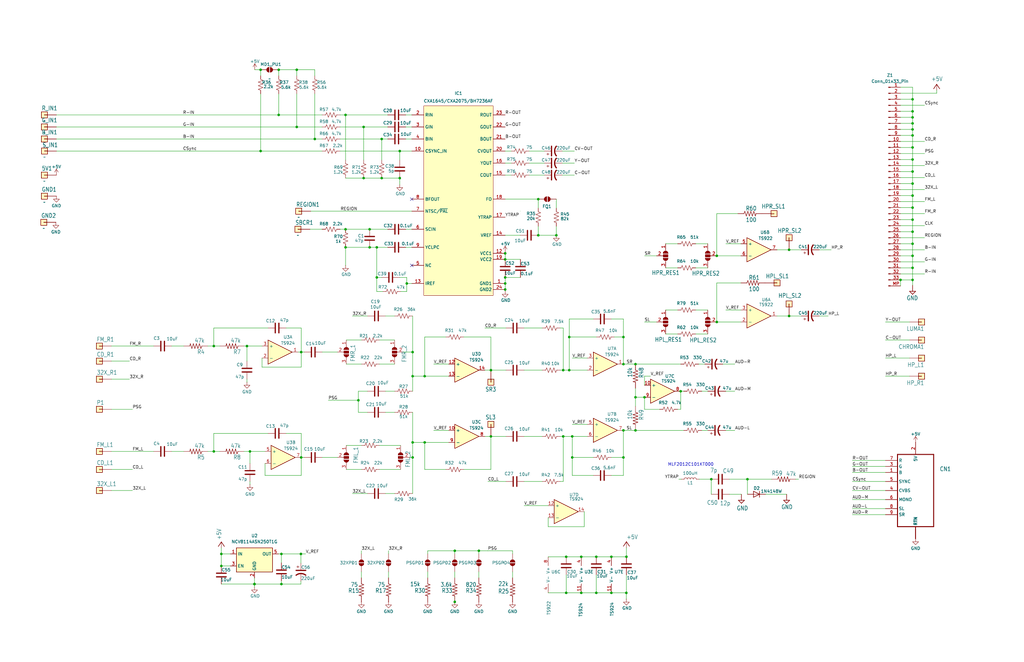
<source format=kicad_sch>
(kicad_sch (version 20250114) (generator "eeschema") (generator_version "9.0")
  (paper "B")
  (title_block (title "MegaAV CE") (date "2025-07-08") (rev "VA0 CE") (company "Developed By: RIP-Felix, RGBeter, Villahed94"))
  (text "MLF2012C101KT000" (at 291.3098 196.125 0) (effects (font (size 1.27 1.27))))
  (junction (at 267.97 167.64))
  (junction (at 384.81 82.55))
  (junction (at 107.3096 246.4795))
  (junction (at 118.6702 246.4795))
  (junction (at 262.89 153.67))
  (junction (at 173.99 158.75))
  (junction (at 384.81 52.07))
  (junction (at 155.8675 104.3728))
  (junction (at 158.8854 117.0666))
  (junction (at 125.1335 29.4428))
  (junction (at 384.81 92.71))
  (junction (at 168.5675 75.1628))
  (junction (at 118.6702 233.7659))
  (junction (at 104.14 146.05))
  (junction (at 145.7075 48.4928))
  (junction (at 384.81 97.79))
  (junction (at 384.81 67.31))
  (junction (at 287.02 165.1))
  (junction (at 109.8935 63.7328))
  (junction (at 237.49 156.21))
  (junction (at 191.77 232.41))
  (junction (at 213.0175 119.6128))
  (junction (at 302.26 135.89))
  (junction (at 257.81 250.19))
  (junction (at 379.73 118.11))
  (junction (at 90.17 190.5))
  (junction (at 267.97 181.61))
  (junction (at 226.9875 99.2928))
  (junction (at 213.0175 122.1528))
  (junction (at 160.9475 58.6528))
  (junction (at 251.46 234.95))
  (junction (at 384.81 72.39))
  (junction (at 153.3275 75.1628))
  (junction (at 145.7075 96.7528))
  (junction (at 315.1858 202.221))
  (junction (at 257.81 234.95))
  (junction (at 160.9475 75.1628))
  (junction (at 384.81 113.03))
  (junction (at 127 148.59))
  (junction (at 262.89 181.61))
  (junction (at 105.41 190.5))
  (junction (at 262.89 142.24))
  (junction (at 332.74 133.35))
  (junction (at 213.0175 117.0728))
  (junction (at 271.78 167.64))
  (junction (at 384.81 102.87))
  (junction (at 384.81 77.47))
  (junction (at 262.89 193.04))
  (junction (at 384.81 49.53))
  (junction (at 237.49 184.15))
  (junction (at 245.11 234.95))
  (junction (at 93.3396 238.8459))
  (junction (at 384.81 54.61))
  (junction (at 179.07 186.69))
  (junction (at 213.0175 106.9128))
  (junction (at 191.77 254))
  (junction (at 299.9458 202.221))
  (junction (at 158.8854 104.3728))
  (junction (at 127 193.04))
  (junction (at 384.81 107.95))
  (junction (at 173.99 193.04))
  (junction (at 245.11 250.19))
  (junction (at 251.46 250.19))
  (junction (at 241.3 184.15))
  (junction (at 238.76 250.19))
  (junction (at 90.17 146.05))
  (junction (at 153.3275 53.5728))
  (junction (at 384.81 118.11))
  (junction (at 109.8935 29.4428))
  (junction (at 234.6075 99.2928))
  (junction (at 179.07 158.75))
  (junction (at 155.8675 96.7528))
  (junction (at 117.5135 29.4428))
  (junction (at 132.7535 58.6528))
  (junction (at 107.3096 246.4659))
  (junction (at 173.99 186.69))
  (junction (at 384.81 41.91))
  (junction (at 264.1284 250.19))
  (junction (at 332.74 105.41))
  (junction (at 384.81 62.23))
  (junction (at 226.9875 84.0528))
  (junction (at 238.76 234.95))
  (junction (at 93.3396 233.7659))
  (junction (at 125.1335 53.5728))
  (junction (at 168.5675 63.7328))
  (junction (at 264.16 234.95))
  (junction (at 173.99 148.59))
  (junction (at 117.5135 48.4928))
  (junction (at 384.81 46.99))
  (junction (at 171.5333 119.6128))
  (junction (at 213.0175 109.4528))
  (junction (at 240.03 142.24))
  (junction (at 151.13 168.91))
  (junction (at 207.01 156.21))
  (junction (at 384.81 57.15))
  (junction (at 201.93 232.41))
  (junction (at 240.03 156.21))
  (junction (at 241.3 193.04))
  (junction (at 126.8959 233.7659))
  (junction (at 267.97 153.67))
  (junction (at 207.01 184.15))
  (junction (at 145.7075 104.3728))
  (junction (at 384.81 87.63))
  (junction (at 302.26 107.95))
  (no_connect (at 173.6475 111.9928))
  (no_connect (at 173.6475 84.0528))
  (wire (pts (xy 373.38 143.51) (xy 383.54 143.51)))
  (wire (pts (xy 205.7141 232.4082) (xy 216.1281 232.4082)))
  (wire (pts (xy 280.67 113.03) (xy 285.75 113.03)))
  (wire (pts (xy 207.01 142.24) (xy 207.01 156.21)))
  (wire (pts (xy 160.02 198.12) (xy 168.91 198.12)))
  (wire (pts (xy 104.14 160.02) (xy 104.14 161.29)))
  (wire (pts (xy 379.73 87.63) (xy 384.81 87.63)))
  (wire (pts (xy 379.73 39.37) (xy 394.97 39.37)))
  (wire (pts (xy 379.73 64.77) (xy 389.89 64.77)))
  (wire (pts (xy 155.8675 104.3728) (xy 158.8854 104.3728)))
  (wire (pts (xy 207.01 184.15) (xy 213.36 184.15)))
  (wire (pts (xy 384.81 52.07) (xy 384.81 49.53)))
  (wire (pts (xy 117.5135 39.6028) (xy 117.5135 48.4928)))
  (wire (pts (xy 72.39 190.5) (xy 77.47 190.5)))
  (wire (pts (xy 373.38 151.13) (xy 383.54 151.13)))
  (wire (pts (xy 171.1075 53.5728) (xy 173.6475 53.5728)))
  (wire (pts (xy 306.07 181.61) (xy 309.88 181.61)))
  (wire (pts (xy 151.13 165.1) (xy 151.13 168.91)))
  (wire (pts (xy 267.97 153.67) (xy 287.02 153.67)))
  (wire (pts (xy 179.07 186.69) (xy 189.23 186.69)))
  (wire (pts (xy 267.97 167.64) (xy 271.78 167.64)))
  (wire (pts (xy 223.1775 73.8928) (xy 229.5174 73.8928)))
  (wire (pts (xy 204.47 184.15) (xy 207.01 184.15)))
  (wire (pts (xy 234.6075 95.4828) (xy 234.6075 99.2928)))
  (wire (pts (xy 262.89 153.67) (xy 267.97 153.67)))
  (wire (pts (xy 231.14 222.25) (xy 246.38 222.25)))
  (wire (pts (xy 179.07 198.12) (xy 179.07 186.69)))
  (wire (pts (xy 245.11 234.95) (xy 251.46 234.95)))
  (wire (pts (xy 379.73 44.45) (xy 389.89 44.45)))
  (wire (pts (xy 168.5675 63.7328) (xy 168.5675 67.5428)))
  (wire (pts (xy 213.0175 106.9128) (xy 213.0175 109.4528)))
  (wire (pts (xy 240.03 134.62) (xy 240.03 142.24)))
  (wire (pts (xy 207.01 198.12) (xy 207.01 184.15)))
  (wire (pts (xy 171.5333 123.035) (xy 169.0005 123.035)))
  (wire (pts (xy 213.0175 117.0728) (xy 213.0175 119.6128)))
  (wire (pts (xy 262.89 134.62) (xy 262.89 142.24)))
  (wire (pts (xy 262.89 193.04) (xy 262.89 181.61)))
  (wire (pts (xy 173.99 133.35) (xy 173.99 148.59)))
  (wire (pts (xy 379.73 118.11) (xy 379.73 120.65)))
  (wire (pts (xy 105.41 190.5) (xy 105.41 195.58)))
  (wire (pts (xy 262.89 181.61) (xy 267.97 181.61)))
  (wire (pts (xy 191.77 241.3) (xy 191.77 243.84)))
  (wire (pts (xy 145.7075 104.3728) (xy 155.8675 104.3728)))
  (wire (pts (xy 271.78 107.95) (xy 276.86 107.95)))
  (wire (pts (xy 152.4 232.41) (xy 152.4 233.68)))
  (wire (pts (xy 173.99 186.69) (xy 173.99 193.04)))
  (wire (pts (xy 173.99 186.69) (xy 179.07 186.69)))
  (wire (pts (xy 379.73 62.23) (xy 384.81 62.23)))
  (wire (pts (xy 146.05 198.12) (xy 152.4 198.12)))
  (wire (pts (xy 379.73 74.93) (xy 389.89 74.93)))
  (wire (pts (xy 293.37 130.81) (xy 298.45 130.81)))
  (wire (pts (xy 205.7141 232.4082) (xy 205.7141 232.41)))
  (wire (pts (xy 216.1281 232.4082) (xy 216.1281 233.6782)))
  (wire (pts (xy 105.41 190.5) (xy 111.76 190.5)))
  (wire (pts (xy 332.74 133.35) (xy 337.82 133.35)))
  (wire (pts (xy 379.73 113.03) (xy 384.81 113.03)))
  (wire (pts (xy 220.98 213.36) (xy 231.14 213.36)))
  (wire (pts (xy 251.46 250.19) (xy 257.81 250.19)))
  (wire (pts (xy 125.1335 53.5728) (xy 135.8015 53.5728)))
  (wire (pts (xy 205.7141 232.41) (xy 201.93 232.41)))
  (wire (pts (xy 379.73 80.01) (xy 389.89 80.01)))
  (wire (pts (xy 220.98 138.43) (xy 228.6 138.43)))
  (wire (pts (xy 359.41 196.85) (xy 373.38 196.85)))
  (wire (pts (xy 264.1284 250.19) (xy 264.16 250.19)))
  (wire (pts (xy 145.7075 111.9928) (xy 145.7075 104.3728)))
  (wire (pts (xy 125.73 148.59) (xy 127 148.59)))
  (wire (pts (xy 215.5575 68.8128) (xy 213.0175 68.8128)))
  (wire (pts (xy 373.38 158.75) (xy 383.54 158.75)))
  (wire (pts (xy 394.97 39.37) (xy 394.97 38.1)))
  (wire (pts (xy 154.94 165.1) (xy 151.13 165.1)))
  (wire (pts (xy 384.81 54.61) (xy 384.81 52.07)))
  (wire (pts (xy 373.38 135.89) (xy 383.54 135.89)))
  (wire (pts (xy 379.73 105.41) (xy 389.89 105.41)))
  (wire (pts (xy 87.63 146.05) (xy 90.17 146.05)))
  (wire (pts (xy 315.1858 202.221) (xy 307.5658 202.221)))
  (wire (pts (xy 306.07 130.81) (xy 312.42 130.81)))
  (wire (pts (xy 132.7535 39.6028) (xy 132.7535 58.6528)))
  (wire (pts (xy 135.89 148.59) (xy 142.24 148.59)))
  (wire (pts (xy 280.67 102.87) (xy 285.75 102.87)))
  (wire (pts (xy 191.77 232.41) (xy 191.77 233.68)))
  (wire (pts (xy 173.99 173.99) (xy 173.99 186.69)))
  (wire (pts (xy 237.49 184.15) (xy 241.3 184.15)))
  (wire (pts (xy 242.2174 73.8928) (xy 237.1374 73.8928)))
  (wire (pts (xy 219.3675 99.2928) (xy 213.0175 99.2928)))
  (wire (pts (xy 127 200.66) (xy 127 193.04)))
  (wire (pts (xy 148.59 133.35) (xy 154.94 133.35)))
  (wire (pts (xy 182.88 181.61) (xy 189.23 181.61)))
  (wire (pts (xy 135.89 193.04) (xy 142.24 193.04)))
  (wire (pts (xy 207.01 156.21) (xy 213.36 156.21)))
  (wire (pts (xy 384.81 120.396) (xy 384.81 118.11)))
  (wire (pts (xy 162.56 165.1) (xy 166.37 165.1)))
  (wire (pts (xy 264.1284 252.8119) (xy 264.1284 250.19)))
  (wire (pts (xy 180.34 241.3) (xy 180.34 243.84)))
  (wire (pts (xy 127 138.43) (xy 127 148.59)))
  (wire (pts (xy 379.73 90.17) (xy 389.89 90.17)))
  (wire (pts (xy 315.1858 202.221) (xy 325.3458 202.221)))
  (wire (pts (xy 213.0175 117.0728) (xy 219.4768 117.0728)))
  (wire (pts (xy 168.5675 75.1628) (xy 160.9475 75.1628)))
  (wire (pts (xy 379.73 52.07) (xy 384.81 52.07)))
  (wire (pts (xy 306.07 165.1) (xy 309.88 165.1)))
  (wire (pts (xy 201.93 232.41) (xy 201.93 233.68)))
  (wire (pts (xy 153.3275 53.5728) (xy 163.4875 53.5728)))
  (wire (pts (xy 168.5675 63.7328) (xy 173.6475 63.7328)))
  (wire (pts (xy 384.81 118.11) (xy 384.81 113.03)))
  (wire (pts (xy 237.49 138.43) (xy 236.22 138.43)))
  (wire (pts (xy 153.3275 75.1628) (xy 145.7075 75.1628)))
  (wire (pts (xy 226.9875 87.8628) (xy 226.9875 84.0528)))
  (wire (pts (xy 107.3096 246.4795) (xy 107.3096 247.7037)))
  (wire (pts (xy 384.81 67.31) (xy 384.81 62.23)))
  (wire (pts (xy 359.41 214.63) (xy 373.38 214.63)))
  (wire (pts (xy 158.8854 104.3728) (xy 163.4875 104.3728)))
  (wire (pts (xy 170.18 148.59) (xy 173.99 148.59)))
  (wire (pts (xy 379.73 59.69) (xy 389.89 59.69)))
  (wire (pts (xy 379.73 49.53) (xy 384.81 49.53)))
  (wire (pts (xy 384.81 41.91) (xy 384.81 36.83)))
  (wire (pts (xy 384.81 57.15) (xy 384.81 54.61)))
  (wire (pts (xy 105.41 203.2) (xy 105.41 204.47)))
  (wire (pts (xy 130.7215 96.7528) (xy 135.8015 96.7528)))
  (wire (pts (xy 379.73 72.39) (xy 384.81 72.39)))
  (wire (pts (xy 171.5333 119.6128) (xy 171.5333 123.035)))
  (wire (pts (xy 220.98 184.15) (xy 228.6 184.15)))
  (wire (pts (xy 238.76 242.57) (xy 238.76 250.19)))
  (wire (pts (xy 247.65 184.15) (xy 241.3 184.15)))
  (wire (pts (xy 241.3 151.13) (xy 247.65 151.13)))
  (wire (pts (xy 379.73 77.47) (xy 384.81 77.47)))
  (wire (pts (xy 160.9475 75.1628) (xy 153.3275 75.1628)))
  (wire (pts (xy 138.43 168.91) (xy 151.13 168.91)))
  (wire (pts (xy 213.0175 122.1528) (xy 213.0175 122.9148)))
  (wire (pts (xy 109.8935 63.7328) (xy 135.8015 63.7328)))
  (wire (pts (xy 126.8959 233.7659) (xy 128.8996 233.7659)))
  (wire (pts (xy 379.73 107.95) (xy 384.81 107.95)))
  (wire (pts (xy 213.0175 106.4048) (xy 213.0175 106.9128)))
  (wire (pts (xy 148.59 208.28) (xy 154.94 208.28)))
  (wire (pts (xy 126.8959 246.4795) (xy 118.6702 246.4795)))
  (wire (pts (xy 262.89 142.24) (xy 262.89 153.67)))
  (wire (pts (xy 295.91 165.1) (xy 298.45 165.1)))
  (wire (pts (xy 160.9475 58.6528) (xy 163.4875 58.6528)))
  (wire (pts (xy 118.6702 245.1471) (xy 118.6702 246.4795)))
  (wire (pts (xy 145.7075 96.7528) (xy 155.8675 96.7528)))
  (wire (pts (xy 242.2174 63.7328) (xy 237.1374 63.7328)))
  (wire (pts (xy 46.99 198.12) (xy 55.88 198.12)))
  (wire (pts (xy 160.02 153.67) (xy 166.37 153.67)))
  (wire (pts (xy 293.37 102.87) (xy 298.45 102.87)))
  (wire (pts (xy 345.44 133.35) (xy 349.25 133.35)))
  (wire (pts (xy 179.07 142.24) (xy 179.07 158.75)))
  (wire (pts (xy 251.46 234.95) (xy 257.81 234.95)))
  (wire (pts (xy 257.81 193.04) (xy 262.89 193.04)))
  (wire (pts (xy 191.77 251.9311) (xy 191.77 254)))
  (wire (pts (xy 93.3396 233.7659) (xy 93.3396 238.8459)))
  (wire (pts (xy 384.81 72.39) (xy 384.81 67.31)))
  (wire (pts (xy 160.02 143.51) (xy 166.37 143.51)))
  (wire (pts (xy 143.4215 63.7328) (xy 168.5675 63.7328)))
  (wire (pts (xy 315.1858 208.571) (xy 315.1858 202.221)))
  (wire (pts (xy 379.73 115.57) (xy 389.89 115.57)))
  (wire (pts (xy 234.6075 99.2928) (xy 226.9875 99.2928)))
  (wire (pts (xy 127 148.59) (xy 127 154.94)))
  (wire (pts (xy 280.67 130.81) (xy 285.75 130.81)))
  (wire (pts (xy 302.26 119.38) (xy 302.26 135.89)))
  (wire (pts (xy 118.6702 237.5271) (xy 118.6702 233.7659)))
  (wire (pts (xy 107.3096 246.4659) (xy 107.3096 243.9259)))
  (wire (pts (xy 327.66 133.35) (xy 332.74 133.35)))
  (wire (pts (xy 267.97 167.64) (xy 267.97 171.45)))
  (wire (pts (xy 220.98 203.2) (xy 228.6 203.2)))
  (wire (pts (xy 278.13 172.72) (xy 271.78 172.72)))
  (wire (pts (xy 126.8959 237.6578) (xy 126.8959 233.7659)))
  (wire (pts (xy 257.81 250.19) (xy 264.1284 250.19)))
  (wire (pts (xy 335.5058 202.221) (xy 336.7758 202.221)))
  (wire (pts (xy 163.83 232.41) (xy 163.83 233.68)))
  (wire (pts (xy 384.81 113.03) (xy 384.81 107.95)))
  (wire (pts (xy 271.78 158.75) (xy 271.78 162.56)))
  (wire (pts (xy 231.14 218.44) (xy 231.14 222.25)))
  (wire (pts (xy 312.42 119.38) (xy 302.26 119.38)))
  (wire (pts (xy 241.3 193.04) (xy 241.3 184.15)))
  (wire (pts (xy 93.3396 233.7659) (xy 97.1496 233.7659)))
  (wire (pts (xy 250.19 200.66) (xy 241.3 200.66)))
  (wire (pts (xy 162.56 133.35) (xy 166.37 133.35)))
  (wire (pts (xy 250.19 134.62) (xy 240.03 134.62)))
  (wire (pts (xy 293.37 140.97) (xy 298.45 140.97)))
  (wire (pts (xy 384.81 92.71) (xy 384.81 97.79)))
  (wire (pts (xy 143.4215 96.7528) (xy 145.7075 96.7528)))
  (wire (pts (xy 379.73 85.09) (xy 389.89 85.09)))
  (wire (pts (xy 379.73 95.25) (xy 389.89 95.25)))
  (wire (pts (xy 241.3 179.07) (xy 247.65 179.07)))
  (wire (pts (xy 304.8 153.67) (xy 309.88 153.67)))
  (wire (pts (xy 237.49 184.15) (xy 237.49 203.2)))
  (wire (pts (xy 90.17 146.05) (xy 92.71 146.05)))
  (wire (pts (xy 307.5658 208.571) (xy 312.6458 208.571)))
  (wire (pts (xy 173.99 193.04) (xy 173.99 208.28)))
  (wire (pts (xy 240.03 142.24) (xy 251.46 142.24)))
  (wire (pts (xy 171.1075 58.6528) (xy 173.6475 58.6528)))
  (wire (pts (xy 168.5675 77.9293) (xy 168.5675 75.1628)))
  (wire (pts (xy 379.73 118.11) (xy 384.81 118.11)))
  (wire (pts (xy 216.1281 243.8382) (xy 216.1281 241.2982)))
  (wire (pts (xy 118.6702 246.4795) (xy 107.3096 246.4795)))
  (wire (pts (xy 171.5333 117.0666) (xy 171.5333 119.6128)))
  (wire (pts (xy 231.14 234.95) (xy 238.76 234.95)))
  (wire (pts (xy 143.4215 48.4928) (xy 145.7075 48.4928)))
  (wire (pts (xy 172.72 193.04) (xy 173.99 193.04)))
  (wire (pts (xy 173.99 158.75) (xy 173.99 165.1)))
  (wire (pts (xy 251.46 242.57) (xy 251.46 250.19)))
  (wire (pts (xy 237.49 203.2) (xy 236.22 203.2)))
  (wire (pts (xy 267.97 163.83) (xy 267.97 167.64)))
  (wire (pts (xy 384.81 107.95) (xy 384.81 102.87)))
  (wire (pts (xy 379.73 67.31) (xy 384.81 67.31)))
  (wire (pts (xy 127 193.04) (xy 128.27 193.04)))
  (wire (pts (xy 162.56 208.28) (xy 166.37 208.28)))
  (wire (pts (xy 246.38 222.25) (xy 246.38 215.9)))
  (wire (pts (xy 146.05 153.67) (xy 152.4 153.67)))
  (wire (pts (xy 125.1335 29.4428) (xy 132.7535 29.4428)))
  (wire (pts (xy 93.3396 231.2259) (xy 93.3396 233.7659)))
  (wire (pts (xy 226.9875 95.4828) (xy 226.9875 99.2928)))
  (wire (pts (xy 151.13 168.91) (xy 151.13 173.99)))
  (wire (pts (xy 250.19 193.04) (xy 241.3 193.04)))
  (wire (pts (xy 117.5135 29.4428) (xy 117.5135 31.9828)))
  (wire (pts (xy 379.73 97.79) (xy 384.81 97.79)))
  (wire (pts (xy 379.73 57.15) (xy 384.81 57.15)))
  (wire (pts (xy 46.99 152.4) (xy 54.61 152.4)))
  (wire (pts (xy 237.49 156.21) (xy 240.03 156.21)))
  (wire (pts (xy 102.87 190.5) (xy 105.41 190.5)))
  (wire (pts (xy 132.7535 58.6528) (xy 135.8015 58.6528)))
  (wire (pts (xy 179.07 158.75) (xy 189.23 158.75)))
  (wire (pts (xy 90.17 182.88) (xy 113.03 182.88)))
  (wire (pts (xy 155.8675 96.7528) (xy 163.4875 96.7528)))
  (wire (pts (xy 195.58 142.24) (xy 207.01 142.24)))
  (wire (pts (xy 125.1335 29.4428) (xy 125.1335 31.9828)))
  (wire (pts (xy 72.39 146.05) (xy 77.47 146.05)))
  (wire (pts (xy 46.99 146.05) (xy 64.77 146.05)))
  (wire (pts (xy 285.75 172.72) (xy 287.02 172.72)))
  (wire (pts (xy 160.9475 58.6528) (xy 160.9475 67.5428)))
  (wire (pts (xy 287.02 172.72) (xy 287.02 165.1)))
  (wire (pts (xy 327.66 105.41) (xy 332.74 105.41)))
  (wire (pts (xy 240.03 156.21) (xy 247.65 156.21)))
  (wire (pts (xy 241.3 193.04) (xy 241.3 200.66)))
  (wire (pts (xy 152.4 241.3) (xy 152.4 243.84)))
  (wire (pts (xy 87.63 190.5) (xy 90.17 190.5)))
  (wire (pts (xy 46.99 172.72) (xy 55.88 172.72)))
  (wire (pts (xy 294.8658 202.221) (xy 299.9458 202.221)))
  (wire (pts (xy 111.76 200.66) (xy 127 200.66)))
  (wire (pts (xy 90.17 190.5) (xy 92.71 190.5)))
  (wire (pts (xy 245.11 250.19) (xy 251.46 250.19)))
  (wire (pts (xy 127 182.88) (xy 127 193.04)))
  (wire (pts (xy 120.65 182.88) (xy 127 182.88)))
  (wire (pts (xy 257.81 234.95) (xy 264.16 234.95)))
  (wire (pts (xy 182.88 153.67) (xy 189.23 153.67)))
  (wire (pts (xy 160.02 187.96) (xy 168.91 187.96)))
  (wire (pts (xy 110.49 151.13) (xy 110.49 154.94)))
  (wire (pts (xy 286.2298 202.221) (xy 287.2458 202.221)))
  (wire (pts (xy 90.17 138.43) (xy 90.17 146.05)))
  (wire (pts (xy 163.83 241.3) (xy 163.83 243.84)))
  (wire (pts (xy 104.14 146.05) (xy 110.49 146.05)))
  (wire (pts (xy 322.8058 208.571) (xy 331.6958 208.571)))
  (wire (pts (xy 379.73 69.85) (xy 389.89 69.85)))
  (wire (pts (xy 293.37 113.03) (xy 298.45 113.03)))
  (wire (pts (xy 257.81 200.66) (xy 262.89 200.66)))
  (wire (pts (xy 264.16 242.57) (xy 264.16 250.19)))
  (wire (pts (xy 359.41 194.31) (xy 373.38 194.31)))
  (wire (pts (xy 204.47 156.21) (xy 207.01 156.21)))
  (wire (pts (xy 213.0175 109.4528) (xy 219.4768 109.4528)))
  (wire (pts (xy 379.73 92.71) (xy 384.81 92.71)))
  (wire (pts (xy 267.97 181.61) (xy 288.29 181.61)))
  (wire (pts (xy 107.3096 246.4795) (xy 107.3096 246.4659)))
  (wire (pts (xy 146.05 187.96) (xy 152.4 187.96)))
  (wire (pts (xy 125.1335 39.6028) (xy 125.1335 53.5728)))
  (wire (pts (xy 271.78 167.64) (xy 271.78 172.72)))
  (wire (pts (xy 46.99 160.02) (xy 54.61 160.02)))
  (wire (pts (xy 389.8592 100.33) (xy 379.73 100.33)))
  (wire (pts (xy 171.1075 48.4928) (xy 173.6475 48.4928)))
  (wire (pts (xy 302.26 90.17) (xy 302.26 107.95)))
  (wire (pts (xy 180.34 232.41) (xy 180.34 233.68)))
  (wire (pts (xy 384.81 87.63) (xy 384.81 82.55)))
  (wire (pts (xy 384.81 49.53) (xy 384.81 46.99)))
  (wire (pts (xy 379.73 41.91) (xy 384.81 41.91)))
  (wire (pts (xy 236.22 156.21) (xy 237.49 156.21)))
  (wire (pts (xy 379.73 54.61) (xy 384.81 54.61)))
  (wire (pts (xy 384.81 46.99) (xy 384.81 41.91)))
  (wire (pts (xy 23.7875 53.5728) (xy 125.1335 53.5728)))
  (wire (pts (xy 311.15 90.17) (xy 302.26 90.17)))
  (wire (pts (xy 93.3396 238.8459) (xy 97.1496 238.8459)))
  (wire (pts (xy 107.4551 29.4428) (xy 109.8935 29.4428)))
  (wire (pts (xy 132.7535 31.9828) (xy 132.7535 29.4428)))
  (wire (pts (xy 295.91 181.61) (xy 298.45 181.61)))
  (wire (pts (xy 294.64 153.67) (xy 297.18 153.67)))
  (wire (pts (xy 384.81 77.47) (xy 384.81 72.39)))
  (wire (pts (xy 158.8854 123.035) (xy 158.8854 117.0666)))
  (wire (pts (xy 345.44 105.41) (xy 350.52 105.41)))
  (wire (pts (xy 302.26 107.95) (xy 312.42 107.95)))
  (wire (pts (xy 117.5135 29.4428) (xy 125.1335 29.4428)))
  (wire (pts (xy 384.81 97.79) (xy 384.81 102.87)))
  (wire (pts (xy 143.4215 53.5728) (xy 153.3275 53.5728)))
  (wire (pts (xy 237.49 138.43) (xy 237.49 156.21)))
  (wire (pts (xy 109.8935 29.4428) (xy 109.8935 31.9828)))
  (wire (pts (xy 153.3275 53.5728) (xy 153.3275 67.5428)))
  (wire (pts (xy 109.8935 39.6028) (xy 109.8935 63.7328)))
  (wire (pts (xy 90.17 138.43) (xy 113.03 138.43)))
  (wire (pts (xy 384.81 82.55) (xy 384.81 77.47)))
  (wire (pts (xy 379.73 110.49) (xy 389.89 110.49)))
  (wire (pts (xy 359.41 199.39) (xy 373.38 199.39)))
  (wire (pts (xy 93.3396 246.4659) (xy 107.3096 246.4659)))
  (wire (pts (xy 359.41 210.82) (xy 373.38 210.82)))
  (wire (pts (xy 171.1075 104.3728) (xy 173.6475 104.3728)))
  (wire (pts (xy 120.65 138.43) (xy 127 138.43)))
  (wire (pts (xy 23.8504 63.7328) (xy 109.8935 63.7328)))
  (wire (pts (xy 213.0175 84.0528) (xy 226.9875 84.0528)))
  (wire (pts (xy 146.05 143.51) (xy 152.4 143.51)))
  (wire (pts (xy 379.73 102.87) (xy 384.81 102.87)))
  (wire (pts (xy 205.74 203.2) (xy 213.36 203.2)))
  (wire (pts (xy 171.1075 96.7528) (xy 173.6475 96.7528)))
  (wire (pts (xy 23.7875 58.6528) (xy 132.7535 58.6528)))
  (wire (pts (xy 274.32 158.75) (xy 271.78 158.75)))
  (wire (pts (xy 215.5575 73.8928) (xy 213.0175 73.8928)))
  (wire (pts (xy 191.77 232.41) (xy 201.93 232.41)))
  (wire (pts (xy 126.8959 245.2778) (xy 126.8959 246.4795)))
  (wire (pts (xy 240.03 142.24) (xy 240.03 156.21)))
  (wire (pts (xy 223.1775 68.8128) (xy 229.5174 68.8128)))
  (wire (pts (xy 213.0175 119.6128) (xy 213.0175 122.1528)))
  (wire (pts (xy 111.76 195.58) (xy 111.76 200.66)))
  (wire (pts (xy 271.78 135.89) (xy 276.86 135.89)))
  (wire (pts (xy 223.1775 63.7328) (xy 229.5174 63.7328)))
  (wire (pts (xy 104.14 146.05) (xy 104.14 152.4)))
  (wire (pts (xy 242.2174 68.8128) (xy 237.1374 68.8128)))
  (wire (pts (xy 288.29 165.1) (xy 287.02 165.1)))
  (wire (pts (xy 384.81 36.83) (xy 379.73 36.83)))
  (wire (pts (xy 158.8854 117.0666) (xy 160.9423 117.0666)))
  (wire (pts (xy 359.41 203.2) (xy 373.38 203.2)))
  (wire (pts (xy 257.81 134.62) (xy 262.89 134.62)))
  (wire (pts (xy 201.93 241.3) (xy 201.93 243.84)))
  (wire (pts (xy 259.08 142.24) (xy 262.89 142.24)))
  (wire (pts (xy 384.81 62.23) (xy 384.81 57.15)))
  (wire (pts (xy 118.6702 233.7659) (xy 117.4696 233.7659)))
  (wire (pts (xy 332.74 105.41) (xy 337.82 105.41)))
  (wire (pts (xy 118.6702 233.7659) (xy 126.8959 233.7659)))
  (wire (pts (xy 90.17 182.88) (xy 90.17 190.5)))
  (wire (pts (xy 131.0525 89.1328) (xy 173.6475 89.1328)))
  (wire (pts (xy 231.14 250.19) (xy 238.76 250.19)))
  (wire (pts (xy 306.07 102.87) (xy 312.42 102.87)))
  (wire (pts (xy 280.67 140.97) (xy 285.75 140.97)))
  (wire (pts (xy 379.73 82.55) (xy 384.81 82.55)))
  (wire (pts (xy 143.4215 58.6528) (xy 160.9475 58.6528)))
  (wire (pts (xy 299.9458 208.571) (xy 299.9458 202.221)))
  (wire (pts (xy 359.41 207.01) (xy 373.38 207.01)))
  (wire (pts (xy 359.41 217.17) (xy 373.38 217.17)))
  (wire (pts (xy 180.34 232.41) (xy 191.77 232.41)))
  (wire (pts (xy 168.5623 117.0666) (xy 171.5333 117.0666)))
  (wire (pts (xy 162.56 173.99) (xy 166.37 173.99)))
  (wire (pts (xy 117.5135 48.4928) (xy 135.8015 48.4928)))
  (wire (pts (xy 145.7075 48.4928) (xy 145.7075 67.5428)))
  (wire (pts (xy 264.16 231.14) (xy 264.16 234.95)))
  (wire (pts (xy 102.87 146.05) (xy 104.14 146.05)))
  (wire (pts (xy 158.8854 117.0666) (xy 158.8854 104.3728)))
  (wire (pts (xy 46.99 190.5) (xy 64.77 190.5)))
  (wire (pts (xy 151.13 173.99) (xy 154.94 173.99)))
  (wire (pts (xy 187.96 142.24) (xy 179.07 142.24)))
  (wire (pts (xy 195.58 198.12) (xy 207.01 198.12)))
  (wire (pts (xy 220.98 156.21) (xy 228.6 156.21)))
  (wire (pts (xy 173.6475 119.6128) (xy 171.5333 119.6128)))
  (wire (pts (xy 46.99 207.01) (xy 55.88 207.01)))
  (wire (pts (xy 127 148.59) (xy 128.27 148.59)))
  (wire (pts (xy 110.49 154.94) (xy 127 154.94)))
  (wire (pts (xy 173.99 148.59) (xy 173.99 158.75)))
  (wire (pts (xy 236.22 184.15) (xy 237.49 184.15)))
  (wire (pts (xy 204.47 138.43) (xy 213.36 138.43)))
  (wire (pts (xy 384.81 92.71) (xy 384.81 87.63)))
  (wire (pts (xy 173.99 158.75) (xy 179.07 158.75)))
  (wire (pts (xy 238.76 250.19) (xy 245.11 250.19)))
  (wire (pts (xy 238.76 234.95) (xy 245.11 234.95)))
  (wire (pts (xy 302.26 135.89) (xy 312.42 135.89)))
  (wire (pts (xy 161.3805 123.035) (xy 158.8854 123.035)))
  (wire (pts (xy 219.3585 89.1328) (xy 219.3675 89.1328)))
  (wire (pts (xy 23.7875 48.4928) (xy 117.5135 48.4928)))
  (wire (pts (xy 215.5575 63.7328) (xy 213.0175 63.7328)))
  (wire (pts (xy 187.96 198.12) (xy 179.07 198.12)))
  (wire (pts (xy 262.89 193.04) (xy 262.89 200.66)))
  (wire (pts (xy 234.6075 87.8628) (xy 234.6075 84.0528)))
  (wire (pts (xy 145.7075 48.4928) (xy 163.4875 48.4928)))
  (wire (pts (xy 379.73 46.99) (xy 384.81 46.99)))
  (label "32X_L" (at 389.89 80.01 0) (effects (font (size 1.2446 1.2446))))
  (label "32X_R" (at 389.89 69.85 0) (effects (font (size 1.2446 1.2446))))
  (label "B-OUT" (at 359.41 199.39 0))
  (label "PSG" (at 55.88 172.72 0) (effects (font (size 1.2446 1.2446))))
  (label "PSG" (at 389.89 64.77 0) (effects (font (size 1.2446 1.2446))))
  (label "CV-OUT" (at 242.2174 63.7328 0))
  (label "V_REF" (at 128.8996 233.7659 0) (effects (font (size 1.2446 1.2446))))
  (label "32X_L" (at 148.59 208.28 0) (effects (font (size 1.2446 1.2446))))
  (label "HP_R" (at 373.38 158.75 0) (effects (font (size 1.2446 1.2446))))
  (label "CSync" (at 77.134 63.7328 0))
  (label "FM_R" (at 389.89 90.17 0) (effects (font (size 1.2446 1.2446))))
  (label "SL" (at 264.16 181.61 0) (effects (font (size 1.2446 1.2446))))
  (label "V_REF" (at 182.88 153.67 0) (effects (font (size 1.2446 1.2446))))
  (label "HP_R" (at 350.52 105.41 0) (effects (font (size 1.2446 1.2446))))
  (label "32X_R" (at 163.83 232.41 0) (effects (font (size 1.2446 1.2446))))
  (label "C-OUT" (at 242.2174 73.8928 0))
  (label "YTRAP" (at 286.2298 202.221 180))
  (label "V_REF" (at 182.88 181.61 0) (effects (font (size 1.2446 1.2446))))
  (label "REGION" (at 389.8592 100.33 0))
  (label "32X_R" (at 54.61 160.02 0) (effects (font (size 1.2446 1.2446))))
  (label "B-OUT" (at 213.0175 58.6528 0))
  (label "REGION" (at 336.7758 202.221 0))
  (label "B-IN" (at 389.89 105.41 0) (effects (font (size 1.2446 1.2446))))
  (label "V_REF" (at 306.07 102.87 0) (effects (font (size 1.2446 1.2446))))
  (label "CD_L" (at 389.89 74.93 0) (effects (font (size 1.2446 1.2446))))
  (label "FM_L" (at 389.89 85.09 0) (effects (font (size 1.2446 1.2446))))
  (label "HP_L" (at 373.38 151.13 0) (effects (font (size 1.2446 1.2446))))
  (label "C-OUT" (at 373.38 143.51 0))
  (label "AUD-M" (at 359.41 210.82 0) (effects (font (size 1.2446 1.2446))))
  (label "AUD-R" (at 309.88 153.67 0) (effects (font (size 1.2446 1.2446))))
  (label "AUD-L" (at 309.88 181.61 0) (effects (font (size 1.2446 1.2446))))
  (label "CD_R" (at 204.47 138.43 0) (effects (font (size 1.2446 1.2446))))
  (label "R-OUT" (at 359.41 194.31 0))
  (label "V_REF" (at 274.32 158.75 0) (effects (font (size 1.2446 1.2446))))
  (label "PSG" (at 138.43 168.91 0) (effects (font (size 1.2446 1.2446))))
  (label "B-IN" (at 77.1275 58.6528 0) (effects (font (size 1.2446 1.2446))))
  (label "G-OUT" (at 359.41 196.85 0))
  (label "AUD-M" (at 309.88 165.1 0) (effects (font (size 1.2446 1.2446))))
  (label "CD_R" (at 54.61 152.4 0) (effects (font (size 1.2446 1.2446))))
  (label "SR" (at 271.78 107.95 0) (effects (font (size 1.2446 1.2446))))
  (label "R-IN" (at 77.1275 48.4928 0) (effects (font (size 1.2446 1.2446))))
  (label "V_REF" (at 241.3 179.07 0) (effects (font (size 1.2446 1.2446))))
  (label "32X_L" (at 152.4 232.41 0) (effects (font (size 1.2446 1.2446))))
  (label "FM_R" (at 54.61 146.05 0) (effects (font (size 1.2446 1.2446))))
  (label "Y-OUT" (at 242.2174 68.8128 0))
  (label "CSync" (at 389.89 44.45 0))
  (label "HP_L" (at 349.25 133.35 0) (effects (font (size 1.2446 1.2446))))
  (label "G-OUT" (at 213.0175 53.5728 0))
  (label "Y-OUT" (at 373.38 135.89 0))
  (label "32X_L" (at 55.88 207.01 0) (effects (font (size 1.2446 1.2446))))
  (label "CD_L" (at 55.88 198.12 0) (effects (font (size 1.2446 1.2446))))
  (label "CD_R" (at 389.89 59.69 0) (effects (font (size 1.2446 1.2446))))
  (label "AUD-R" (at 359.41 217.17 0) (effects (font (size 1.2446 1.2446))))
  (label "R-OUT" (at 213.0175 48.4928 0))
  (label "G-IN" (at 389.89 110.49 0) (effects (font (size 1.2446 1.2446))))
  (label "REGION" (at 143.5573 89.1328 0))
  (label "CV-OUT" (at 359.41 207.01 0))
  (label "AUD-L" (at 359.41 214.63 0) (effects (font (size 1.2446 1.2446))))
  (label "R-IN" (at 389.89 115.57 0) (effects (font (size 1.2446 1.2446))))
  (label "V_REF" (at 220.98 213.36 0) (effects (font (size 1.2446 1.2446))))
  (label "32X_R" (at 148.59 133.35 0) (effects (font (size 1.2446 1.2446))))
  (label "CSync" (at 359.41 203.2 0))
  (label "SR" (at 264.16 153.67 0) (effects (font (size 1.2446 1.2446))))
  (label "CLK" (at 389.89 95.25 0) (effects (font (size 1.2446 1.2446))))
  (label "YTRAP" (at 213.0175 91.6728 0))
  (label "FM_L" (at 55.88 190.5 0) (effects (font (size 1.2446 1.2446))))
  (label "SL" (at 271.78 135.89 0) (effects (font (size 1.2446 1.2446))))
  (label "CD_L" (at 205.74 203.2 0) (effects (font (size 1.2446 1.2446))))
  (label "V_REF" (at 306.07 130.81 0) (effects (font (size 1.2446 1.2446))))
  (label "PSG" (at 205.7141 232.4082 0) (effects (font (size 1.2446 1.2446))))
  (label "G-IN" (at 77.1275 53.5728 0) (effects (font (size 1.2446 1.2446))))
  (label "V_REF" (at 241.3 151.13 0) (effects (font (size 1.2446 1.2446))))
  (symbol (lib_id "3bpV2A_RevC-eagle-import:+5V") (at 394.97 35.56 0) (unit 1)
    (property "Reference" "#P+02" (effects (hide yes)))
    (property "Value" "+5V" (at 392.684 34.29 0) (effects (font (size 1.778 1.5113)) (justify left bottom)))
    (property "Footprint" "3bpV2A_RevC:" (effects (hide yes)))
  )
  (symbol (lib_id "My_Library:SMD_Conn_01x01") (at 18.7075 82.7828 0) (unit 1) (in_bom no)
    (property "Reference" "GND1" (at 17.5645 80.9286 0) (effects (font (size 1.778 1.5113)) (justify left bottom)))
    (property "Value" "~" (at 18.7075 85.3228 0))
    (property "Footprint" "Connector_Wire:SolderWirePad_1x01_SMD_1x2mm" (effects (hide yes)))
  )
  (symbol (lib_id "Device:Opamp_Dual") (at 320.04 133.35 0) (unit 1)
    (property "Reference" "U6" (at 323.088 126.492 0))
    (property "Value" "TS922" (at 323.088 128.524 0))
    (property "Footprint" "Package_SO:TSSOP-8_4.4x3mm_P0.65mm" (effects (hide yes)))
    (property "Description" "Dual operational amplifier" (effects (hide yes)))
    (property "Sim.Library" "${KICAD7_SYMBOL_DIR}/Simulation_SPICE.sp" (effects (hide yes)))
    (property "Sim.Name" "kicad_builtin_opamp_dual" (effects (hide yes)))
    (property "Sim.Device" "SUBCKT" (effects (hide yes)))
    (property "Sim.Pins" "1=out1 2=in1- 3=in1+ 4=vee 5=in2+ 6=in2- 7=out2 8=vcc" (effects (hide yes)))
  )
  (symbol (lib_id "Device:C") (at 254 134.62 90) (unit 1)
    (property "Reference" "C35" (at 251.206 131.572 90))
    (property "Value" "5.6nF" (at 257.048 131.318 90))
    (property "Footprint" "Capacitor_SMD:C_0402_1005Metric" (effects (hide yes)))
    (property "Description" "Unpolarized capacitor" (effects (hide yes)))
  )
  (symbol (lib_id "Device:C_Polarized_US") (at 300.99 153.67 90) (unit 1)
    (property "Reference" "C42" (at 297.942 152.4 90))
    (property "Value" "47u" (at 305.308 152.4 90))
    (property "Footprint" "Capacitor_SMD:C_1206_3216Metric" (effects (hide yes)))
    (property "Description" "Polarized capacitor, US symbol" (effects (hide yes)))
  )
  (symbol (lib_id "3bpV2A_RevC-eagle-import:R-US_R0603") (at 317.5 119.38 0) (unit 1)
    (property "Reference" "R61" (at 315.722 118.11 0) (effects (font (size 1.778 1.5113)) (justify left bottom)))
    (property "Value" "100" (at 315.722 122.936 0) (effects (font (size 1.778 1.5113)) (justify left bottom)))
    (property "Footprint" "Resistor_SMD:R_0402_1005Metric" (effects (hide yes)))
  )
  (symbol (lib_id "Device:R_US") (at 170.18 133.35 90) (unit 1)
    (property "Reference" "R26" (at 167.894 130.556 90))
    (property "Value" "36k" (at 173.482 130.556 90))
    (property "Footprint" "Resistor_SMD:R_0603_1608Metric" (effects (hide yes)))
    (property "Description" "Resistor, US symbol" (effects (hide yes)))
  )
  (symbol (lib_id "Device:C_Polarized_US") (at 302.26 181.61 90) (unit 1)
    (property "Reference" "C44" (at 299.212 180.34 90))
    (property "Value" "47u" (at 306.578 180.34 90))
    (property "Footprint" "Capacitor_SMD:C_1206_3216Metric" (effects (hide yes)))
    (property "Description" "Polarized capacitor, US symbol" (effects (hide yes)))
  )
  (symbol (lib_id "Device:C") (at 238.76 238.76 0) (unit 1)
    (property "Reference" "C30" (at 241.046 241.3 0))
    (property "Value" "10uF" (at 241.3 243.078 0))
    (property "Footprint" "Capacitor_SMD:C_0805_2012Metric" (effects (hide yes)))
    (property "Description" "Unpolarized capacitor" (effects (hide yes)))
  )
  (symbol (lib_id "SegaSaturn:CXA1645") (at 192.6975 44.6828 0) (unit 1)
    (property "Reference" "IC1" (at 193.3325 39.37 0))
    (property "Value" "CXA1645/CXA2075/BH7236AF" (at 193.3052 42.6168 0))
    (property "Footprint" "MyLibrary:CXA2075" (effects (hide yes)))
  )
  (symbol (lib_id "Device:C_Polarized_US") (at 341.63 133.35 90) (unit 1)
    (property "Reference" "C45" (at 338.582 132.08 90))
    (property "Value" "220uF" (at 345.948 132.08 90))
    (property "Footprint" "Capacitor_Tantalum_SMD:CP_EIA-3528-15_AVX-H" (effects (hide yes)))
    (property "Description" "Polarized capacitor, US symbol" (effects (hide yes)))
  )
  (symbol (lib_id "3bpV2A_RevC-eagle-import:R-US_R0603") (at 97.79 146.05 180) (unit 1)
    (property "Reference" "R7" (at 101.6 147.5486 0) (effects (font (size 1.778 1.5113)) (justify left bottom)))
    (property "Value" "47k" (at 101.6 142.748 0) (effects (font (size 1.778 1.5113)) (justify left bottom)))
    (property "Footprint" "Resistor_SMD:R_0402_1005Metric" (effects (hide yes)))
  )
  (symbol (lib_id "Jumper:SolderJumper_3_Open") (at 146.05 148.59 270) (unit 1)
    (property "Reference" "FMR_1" (at 147.828 145.288 0) (effects (font (size 1.778 1.5113)) (justify left bottom)))
    (property "Value" "SolderJumper_3_Open" (effects (hide yes)))
    (property "Footprint" "Jumper:SolderJumper-3_P1.3mm_Open_RoundedPad1.0x1.5mm" (effects (hide yes)))
  )
  (symbol (lib_id "power:GND") (at 105.41 204.47 0) (unit 1)
    (property "Reference" "#PWR018" (effects (hide yes)))
    (property "Value" "GND" (at 105.41 208.534 0))
    (property "Description" "Power symbol creates a global label with name \"GND\" , ground" (effects (hide yes)))
  )
  (symbol (lib_id "Device:C") (at 104.14 156.21 0) (unit 1)
    (property "Reference" "C9" (at 101.092 153.924 0))
    (property "Value" "47p" (at 101.092 159.004 0))
    (property "Footprint" "Capacitor_SMD:C_0402_1005Metric" (effects (hide yes)))
    (property "Description" "Unpolarized capacitor" (effects (hide yes)))
  )
  (symbol (lib_id "Device:C") (at 116.84 138.43 90) (unit 1)
    (property "Reference" "C12" (at 114.046 135.382 90))
    (property "Value" "47p" (at 119.888 135.128 90))
    (property "Footprint" "Capacitor_SMD:C_0402_1005Metric" (effects (hide yes)))
    (property "Description" "Unpolarized capacitor" (effects (hide yes)))
  )
  (symbol (lib_id "Device:R_US") (at 156.21 143.51 90) (unit 1)
    (property "Reference" "R21" (at 153.416 141.732 90))
    (property "Value" "2.2k" (at 159.258 141.732 90))
    (property "Footprint" "Resistor_SMD:R_0402_1005Metric" (effects (hide yes)))
    (property "Description" "Resistor, US symbol" (effects (hide yes)))
  )
  (symbol (lib_id "Device:R_US") (at 139.6115 48.4928 90) (unit 1)
    (property "Reference" "R57" (at 136.5635 46.2068 90))
    (property "Value" "4.7k" (at 141.8975 46.2068 90))
    (property "Footprint" "Resistor_SMD:R_0402_1005Metric" (effects (hide yes)))
    (property "Description" "Resistor, US symbol" (effects (hide yes)))
  )
  (symbol (lib_id "3bpV2A_RevC-eagle-import:R-US_R0603") (at 267.97 176.53 270) (unit 1)
    (property "Reference" "R49" (at 269.4686 172.72 0) (effects (font (size 1.778 1.5113)) (justify left bottom)))
    (property "Value" "10k" (at 264.668 172.72 0) (effects (font (size 1.778 1.5113)) (justify left bottom)))
    (property "Footprint" "Resistor_SMD:R_0402_1005Metric" (effects (hide yes)))
  )
  (symbol (lib_id "3bpV2A_RevC-eagle-import:+5V") (at 93.3396 228.6859 0) (unit 1)
    (property "Reference" "#P+03" (effects (hide yes)))
    (property "Value" "+5V" (at 93.3396 227.8675 90) (effects (font (size 1.778 1.5113)) (justify left bottom)))
    (property "Footprint" "3bpV2A_RevC:" (effects (hide yes)))
  )
  (symbol (lib_id "3bpV2A_RevC-eagle-import:R-US_R0603") (at 216.1281 248.9182 270) (unit 1)
    (property "Reference" "R25" (at 209.9984 250.4836 90) (effects (font (size 1.778 1.5113)) (justify left bottom)))
    (property "Value" "22k" (at 210.1006 247.3612 90) (effects (font (size 1.778 1.5113)) (justify left bottom)))
    (property "Footprint" "Resistor_SMD:R_0402_1005Metric" (effects (hide yes)))
  )
  (symbol (lib_id "Device:Opamp_Quad") (at 119.38 193.04 0) (unit 2)
    (property "Reference" "U3" (at 122.682 186.69 0))
    (property "Value" "TS924" (at 122.682 189.23 0))
    (property "Footprint" "Package_SO:TSSOP-14_4.4x5mm_P0.65mm" (effects (hide yes)))
    (property "Description" "Quad operational amplifier" (effects (hide yes)))
    (property "Sim.Library" "${KICAD7_SYMBOL_DIR}/Simulation_SPICE.sp" (effects (hide yes)))
    (property "Sim.Name" "kicad_builtin_opamp_quad" (effects (hide yes)))
    (property "Sim.Device" "SUBCKT" (effects (hide yes)))
    (property "Sim.Pins" "1=out1 2=in1- 3=in1+ 4=vcc 5=in2+ 6=in2- 7=out2 8=out3 9=in3- 10=in3+ 11=vee 12=in4+ 13=in4- 14=out4" (effects (hide yes)))
  )
  (symbol (lib_id "My_Library:SMD_Conn_01x01") (at 41.91 160.02 0) (unit 1) (in_bom no)
    (property "Reference" "32X_R1" (at 40.767 158.1658 0) (effects (font (size 1.778 1.5113)) (justify left bottom)))
    (property "Value" "SMD_Conn_01x01" (effects (hide yes)))
    (property "Footprint" "Connector_Wire:SolderWirePad_1x01_SMD_1x2mm" (effects (hide yes)))
  )
  (symbol (lib_id "Device:R_US") (at 153.3275 71.3528 180) (unit 1)
    (property "Reference" "R71" (at 150.2795 70.5908 0))
    (property "Value" "1.2k" (at 150.2795 72.6228 0))
    (property "Footprint" "Resistor_SMD:R_0603_1608Metric" (effects (hide yes)))
    (property "Description" "Resistor, US symbol" (effects (hide yes)))
  )
  (symbol (lib_id "My_Library:SMD_Conn_01x01") (at 332.74 100.33 270) (unit 1) (in_bom no)
    (property "Reference" "HPR_SL2" (at 327.914 98.298 90) (effects (font (size 1.778 1.5113)) (justify left bottom)))
    (property "Value" "SMD_Conn_01x01" (effects (hide yes)))
    (property "Footprint" "Connector_Wire:SolderWirePad_1x01_SMD_1x2mm" (effects (hide yes)))
  )
  (symbol (lib_id "My_Library:SMD_Conn_01x01") (at 388.62 135.89 180) (unit 1) (in_bom no)
    (property "Reference" "LUMA1" (at 389.763 137.7442 0) (effects (font (size 1.778 1.5113)) (justify left bottom)))
    (property "Value" "SMD_Conn_01x01" (effects (hide yes)))
    (property "Footprint" "Connector_Wire:SolderWirePad_1x01_SMD_1x2mm" (effects (hide yes)))
  )
  (symbol (lib_id "Jumper:SolderJumper_2_Open") (at 152.4 237.49 90) (unit 1)
    (property "Reference" "32XPD1" (at 147.066 237.49 90))
    (property "Value" "~" (at 148.59 237.49 0))
    (property "Footprint" "Jumper:SolderJumper-2_P1.3mm_Open_RoundedPad1.0x1.5mm" (effects (hide yes)))
    (property "Description" "Solder Jumper, 2-pole, open" (effects (hide yes)))
  )
  (symbol (lib_id "Device:C") (at 251.46 238.76 0) (unit 1)
    (property "Reference" "C31" (at 253.746 241.3 0))
    (property "Value" "10uF" (at 254 243.078 0))
    (property "Footprint" "Capacitor_SMD:C_0805_2012Metric" (effects (hide yes)))
    (property "Description" "Unpolarized capacitor" (effects (hide yes)))
  )
  (symbol (lib_id "3bpV2A_RevC-eagle-import:GND") (at 312.6458 211.111 0) (unit 1)
    (property "Reference" "#SUPPLY03" (effects (hide yes)))
    (property "Value" "GND" (at 310.6138 215.429 0) (effects (font (size 1.778 1.5113)) (justify left bottom)))
    (property "Footprint" "3bpV2A_RevC:" (effects (hide yes)))
  )
  (symbol (lib_id "Jumper:SolderJumper_2_Open") (at 180.34 237.49 90) (unit 1)
    (property "Reference" "PSGPD1" (at 175.006 237.49 90))
    (property "Value" "~" (at 176.53 237.49 0))
    (property "Footprint" "Jumper:SolderJumper-2_P1.3mm_Open_RoundedPad1.0x1.5mm" (effects (hide yes)))
    (property "Description" "Solder Jumper, 2-pole, open" (effects (hide yes)))
  )
  (symbol (lib_id "3bpV2A_RevC-eagle-import:R-US_R0603") (at 180.34 248.92 270) (unit 1)
    (property "Reference" "R30" (at 174.752 250.19 90) (effects (font (size 1.778 1.5113)) (justify left bottom)))
    (property "Value" "15k" (at 172.8939 247.4574 90) (effects (font (size 1.778 1.5113)) (justify left bottom)))
    (property "Footprint" "Resistor_SMD:R_0402_1005Metric" (effects (hide yes)))
  )
  (symbol (lib_id "Device:C") (at 118.6702 241.3371 0) (unit 1)
    (property "Reference" "C54" (at 118.6702 239.3659 0) (effects (justify left)))
    (property "Value" "10uF" (at 118.6702 243.5309 0) (effects (justify left)))
    (property "Footprint" "Capacitor_SMD:C_0805_2012Metric" (effects (hide yes)))
    (property "LCSC Part #" "C520060" (effects (hide yes)))
    (property "MPN" "VJ0805A330FXJPW1BC" (effects (hide yes)))
  )
  (symbol (lib_id "Device:C") (at 155.8675 100.5628 180) (unit 1)
    (property "Reference" "C1" (at 153.5815 99.5468 0) (effects (justify left)))
    (property "Value" "47p" (at 153.3614 101.5507 0) (effects (justify left)))
    (property "Footprint" "Capacitor_SMD:C_0402_1005Metric" (effects (hide yes)))
    (property "LCSC Part #" "C520060" (effects (hide yes)))
    (property "MPN" "VJ0805A330FXJPW1BC" (effects (hide yes)))
  )
  (symbol (lib_id "Device:R_US") (at 156.21 187.96 90) (unit 1)
    (property "Reference" "R23" (at 153.416 186.182 90))
    (property "Value" "2.2k" (at 159.258 186.182 90))
    (property "Footprint" "Resistor_SMD:R_0402_1005Metric" (effects (hide yes)))
    (property "Description" "Resistor, US symbol" (effects (hide yes)))
  )
  (symbol (lib_id "Device:R_US") (at 139.6115 63.7328 90) (unit 1)
    (property "Reference" "R67" (at 136.5635 61.4468 90))
    (property "Value" "2.2k" (at 142.4055 61.4468 90))
    (property "Footprint" "Resistor_SMD:R_0402_1005Metric" (effects (hide yes)))
    (property "Description" "Resistor, US symbol" (effects (hide yes)))
  )
  (symbol (lib_id "3bpV2A_RevC-eagle-import:R-US_R0603") (at 163.83 248.92 270) (unit 1)
    (property "Reference" "R17" (at 158.242 250.19 90) (effects (font (size 1.778 1.5113)) (justify left bottom)))
    (property "Value" "75" (at 159.258 247.65 90) (effects (font (size 1.778 1.5113)) (justify left bottom)))
    (property "Footprint" "Resistor_SMD:R_0603_1608Metric" (effects (hide yes)))
  )
  (symbol (lib_id "Device:C_Polarized_US") (at 233.3274 63.7328 90) (unit 1)
    (property "Reference" "C46" (at 230.2794 62.4628 90))
    (property "Value" "220uF" (at 237.6454 62.4628 90))
    (property "Footprint" "Capacitor_Tantalum_SMD:CP_EIA-3528-15_AVX-H" (effects (hide yes)))
    (property "Description" "Polarized capacitor, US symbol" (effects (hide yes)))
  )
  (symbol (lib_id "My_Library:SMD_Conn_01x01") (at 41.91 152.4 0) (unit 1) (in_bom no)
    (property "Reference" "CD_R1" (at 40.767 150.5458 0) (effects (font (size 1.778 1.5113)) (justify left bottom)))
    (property "Value" "SMD_Conn_01x01" (effects (hide yes)))
    (property "Footprint" "Connector_Wire:SolderWirePad_1x01_SMD_1x2mm" (effects (hide yes)))
  )
  (symbol (lib_id "Connector:Conn_01x33_Pin") (at 374.65 77.47 0) (unit 1)
    (property "Reference" "Z1" (at 375.285 31.75 0))
    (property "Value" "Conn_01x33_Pin" (at 375.285 34.29 0))
    (property "Footprint" "Connector_FFC-FPC:Molex_502244-3330_1x33-1MP_P0.5mm_Horizontal" (effects (hide yes)))
    (property "Description" "Generic connector, single row, 01x33, script generated" (effects (hide yes)))
  )
  (symbol (lib_id "My_Library:SMD_Conn_01x01") (at 207.01 179.07 270) (unit 1) (in_bom no)
    (property "Reference" "SL3" (at 204.724 177.038 90) (effects (font (size 1.778 1.5113)) (justify left bottom)))
    (property "Value" "SMD_Conn_01x01" (effects (hide yes)))
    (property "Footprint" "Connector_Wire:SolderWirePad_1x01_SMD_1x2mm" (effects (hide yes)))
  )
  (symbol (lib_id "Device:C") (at 213.0175 113.2628 0) (unit 1)
    (property "Reference" "C52" (at 215.0257 111.0874 0))
    (property "Value" "10uF" (at 215.0893 115.2523 0))
    (property "Footprint" "Capacitor_SMD:C_0805_2012Metric" (effects (hide yes)))
    (property "Description" "Unpolarized capacitor" (effects (hide yes)))
  )
  (symbol (lib_id "3bpV2A_RevC-eagle-import:R-US_R0603") (at 330.4258 202.221 0) (unit 1)
    (property "Reference" "R59" (at 325.3458 200.697 0) (effects (font (size 1.778 1.5113)) (justify left bottom)))
    (property "Value" "47k" (at 331.4418 200.951 0) (effects (font (size 1.778 1.5113)) (justify left bottom)))
    (property "Footprint" "Resistor_SMD:R_0402_1005Metric" (effects (hide yes)))
  )
  (symbol (lib_id "Device:Opamp_Quad") (at 196.85 156.21 0) (unit 4)
    (property "Reference" "U3" (at 200.914 149.352 0))
    (property "Value" "TS924" (at 200.914 151.892 0))
    (property "Footprint" "Package_SO:TSSOP-14_4.4x5mm_P0.65mm" (effects (hide yes)))
    (property "Description" "Quad operational amplifier" (effects (hide yes)))
    (property "Sim.Library" "${KICAD7_SYMBOL_DIR}/Simulation_SPICE.sp" (effects (hide yes)))
    (property "Sim.Name" "kicad_builtin_opamp_quad" (effects (hide yes)))
    (property "Sim.Device" "SUBCKT" (effects (hide yes)))
    (property "Sim.Pins" "1=out1 2=in1- 3=in1+ 4=vcc 5=in2+ 6=in2- 7=out2 8=out3 9=in3- 10=in3+ 11=vee 12=in4+ 13=in4- 14=out4" (effects (hide yes)))
  )
  (symbol (lib_id "power:GND") (at 23.5665 93.8226 0) (unit 1)
    (property "Reference" "#PWR03" (effects (hide yes)))
    (property "Value" "GND" (at 23.5665 97.8866 0))
    (property "Description" "Power symbol creates a global label with name \"GND\" , ground" (effects (hide yes)))
  )
  (symbol (lib_id "3bpV2A_RevC-eagle-import:R-US_R0603") (at 82.55 146.05 180) (unit 1)
    (property "Reference" "R4" (at 86.36 147.5486 0) (effects (font (size 1.778 1.5113)) (justify left bottom)))
    (property "Value" "47k" (at 86.36 142.748 0) (effects (font (size 1.778 1.5113)) (justify left bottom)))
    (property "Footprint" "Resistor_SMD:R_0402_1005Metric" (effects (hide yes)))
  )
  (symbol (lib_id "power:GND") (at 168.5675 77.9293 0) (mirror y) (unit 1)
    (property "Reference" "#PWR04" (effects (hide yes)))
    (property "Value" "GND" (at 168.8215 81.7393 0))
  )
  (symbol (lib_id "Device:C_Polarized_US") (at 233.3274 68.8128 90) (unit 1)
    (property "Reference" "C47" (at 230.2794 67.5428 90))
    (property "Value" "220uF" (at 237.6454 67.5428 90))
    (property "Footprint" "Capacitor_Tantalum_SMD:CP_EIA-3528-15_AVX-H" (effects (hide yes)))
    (property "Description" "Polarized capacitor, US symbol" (effects (hide yes)))
  )
  (symbol (lib_id "Device:C") (at 217.17 184.15 90) (unit 1)
    (property "Reference" "C26" (at 214.63 180.848 90))
    (property "Value" "10uF" (at 221.234 181.102 90))
    (property "Footprint" "Capacitor_SMD:C_0805_2012Metric" (effects (hide yes)))
    (property "Description" "Unpolarized capacitor" (effects (hide yes)))
  )
  (symbol (lib_id "Device:Opamp_Quad") (at 247.65 242.57 0) (unit 5)
    (property "Reference" "U3" (at 246.38 241.2999 0) (effects (justify left)))
    (property "Value" "TS924" (at 244.856 260.35 90) (effects (justify left)))
    (property "Footprint" "Package_SO:TSSOP-14_4.4x5mm_P0.65mm" (effects (hide yes)))
    (property "Description" "Quad operational amplifier" (effects (hide yes)))
    (property "Sim.Library" "${KICAD7_SYMBOL_DIR}/Simulation_SPICE.sp" (effects (hide yes)))
    (property "Sim.Name" "kicad_builtin_opamp_quad" (effects (hide yes)))
    (property "Sim.Device" "SUBCKT" (effects (hide yes)))
    (property "Sim.Pins" "1=out1 2=in1- 3=in1+ 4=vcc 5=in2+ 6=in2- 7=out2 8=out3 9=in3- 10=in3+ 11=vee 12=in4+ 13=in4- 14=out4" (effects (hide yes)))
  )
  (symbol (lib_id "Jumper:SolderJumper_2_Open") (at 201.93 237.49 90) (unit 1)
    (property "Reference" "PSGPD3" (at 197.104 237.49 90))
    (property "Value" "~" (at 198.12 237.49 0))
    (property "Footprint" "Jumper:SolderJumper-2_P1.3mm_Open_RoundedPad1.0x1.5mm" (effects (hide yes)))
    (property "Description" "Solder Jumper, 2-pole, open" (effects (hide yes)))
  )
  (symbol (lib_id "Device:C") (at 93.3396 242.6559 0) (unit 1)
    (property "Reference" "C55" (at 95.3478 240.4805 0))
    (property "Value" "10uF" (at 95.4114 244.6454 0))
    (property "Footprint" "Capacitor_SMD:C_0805_2012Metric" (effects (hide yes)))
    (property "Description" "Unpolarized capacitor" (effects (hide yes)))
  )
  (symbol (lib_id "power:+5V") (at 23.7875 73.8928 0) (unit 1)
    (property "Reference" "#PWR01" (effects (hide yes)))
    (property "Value" "+5V" (at 23.7875 70.3368 0))
    (property "Description" "Power symbol creates a global label with name \"+5V\"" (effects (hide yes)))
  )
  (symbol (lib_id "My_Library:SMD_Conn_01x01") (at 18.7075 58.6528 0) (unit 1) (in_bom no)
    (property "Reference" "B_IN1" (at 17.5645 56.7986 0) (effects (font (size 1.778 1.5113)) (justify left bottom)))
    (property "Value" "~" (at 18.7075 61.1928 0))
    (property "Footprint" "Connector_Wire:SolderWirePad_1x01_SMD_1x2mm" (effects (hide yes)))
  )
  (symbol (lib_id "3bpV2A_RevC-eagle-import:R-US_R0603") (at 191.77 248.92 270) (unit 1)
    (property "Reference" "R33" (at 186.182 250.19 90) (effects (font (size 1.778 1.5113)) (justify left bottom)))
    (property "Value" "3.6k" (at 185.674 247.65 90) (effects (font (size 1.778 1.5113)) (justify left bottom)))
    (property "Footprint" "Resistor_SMD:R_0603_1608Metric" (effects (hide yes)))
  )
  (symbol (lib_id "Regulator_Linear:NCV8114ASN250T1G") (at 107.3096 236.3059 0) (unit 1)
    (property "Reference" "U2" (at 107.3096 226.06 0))
    (property "Value" "NCV8114ASN250T1G" (at 107.3096 228.6 0))
    (property "Footprint" "Package_TO_SOT_SMD:TSOT-23-5" (effects (hide yes)))
    (property "Datasheet" "https://ru.mouser.com/datasheet/2/308/NCV8114-D-1107616.pdf" (effects (hide yes)))
    (property "Description" "300mA, Low Noise, Linear Regulator with output active discharge function, 1.7-5.5V input voltage range, 2.5V fixed positive output, TSOT-23-5" (effects (hide yes)))
  )
  (symbol (lib_id "power:+5V") (at 213.0175 106.4048 0) (unit 1)
    (property "Reference" "#PWR017" (effects (hide yes)))
    (property "Value" "+5V" (at 213.0175 102.8488 0))
    (property "Description" "Power symbol creates a global label with name \"+5V\"" (effects (hide yes)))
  )
  (symbol (lib_id "My_Library:SMD_Conn_01x01") (at 41.91 190.5 0) (unit 1) (in_bom no)
    (property "Reference" "FM_L1" (at 40.767 188.6458 0) (effects (font (size 1.778 1.5113)) (justify left bottom)))
    (property "Value" "SMD_Conn_01x01" (effects (hide yes)))
    (property "Footprint" "Connector_Wire:SolderWirePad_1x01_SMD_1x2mm" (effects (hide yes)))
  )
  (symbol (lib_id "Device:Opamp_Quad") (at 260.35 242.57 0) (unit 5)
    (property "Reference" "U7" (at 259.08 241.2999 0) (effects (justify left)))
    (property "Value" "TS924" (at 258.064 260.096 90) (effects (justify left)))
    (property "Footprint" "Package_SO:TSSOP-14_4.4x5mm_P0.65mm" (effects (hide yes)))
    (property "Description" "Quad operational amplifier" (effects (hide yes)))
    (property "Sim.Library" "${KICAD7_SYMBOL_DIR}/Simulation_SPICE.sp" (effects (hide yes)))
    (property "Sim.Name" "kicad_builtin_opamp_quad" (effects (hide yes)))
    (property "Sim.Device" "SUBCKT" (effects (hide yes)))
    (property "Sim.Pins" "1=out1 2=in1- 3=in1+ 4=vcc 5=in2+ 6=in2- 7=out2 8=out3 9=in3- 10=in3+ 11=vee 12=in4+ 13=in4- 14=out4" (effects (hide yes)))
  )
  (symbol (lib_id "Device:C") (at 219.4768 113.2628 0) (unit 1)
    (property "Reference" "C53" (at 219.4768 111.2916 0) (effects (justify left)))
    (property "Value" "0.1uF" (at 219.4768 115.4566 0) (effects (justify left)))
    (property "Footprint" "Capacitor_SMD:C_0805_2012Metric" (effects (hide yes)))
    (property "LCSC Part #" "C520060" (effects (hide yes)))
    (property "MPN" "VJ0805A330FXJPW1BC" (effects (hide yes)))
  )
  (symbol (lib_id "Device:Opamp_Quad") (at 279.4 165.1 0) (unit 3)
    (property "Reference" "U7" (at 282.448 158.75 0))
    (property "Value" "TS924" (at 281.94 160.782 0))
    (property "Footprint" "Package_SO:TSSOP-14_4.4x5mm_P0.65mm" (effects (hide yes)))
    (property "Description" "Quad operational amplifier" (effects (hide yes)))
    (property "Sim.Library" "${KICAD7_SYMBOL_DIR}/Simulation_SPICE.sp" (effects (hide yes)))
    (property "Sim.Name" "kicad_builtin_opamp_quad" (effects (hide yes)))
    (property "Sim.Device" "SUBCKT" (effects (hide yes)))
    (property "Sim.Pins" "1=out1 2=in1- 3=in1+ 4=vcc 5=in2+ 6=in2- 7=out2 8=out3 9=in3- 10=in3+ 11=vee 12=in4+ 13=in4- 14=out4" (effects (hide yes)))
  )
  (symbol (lib_id "My_Library:SMD_Conn_01x01") (at 207.01 161.29 90) (unit 1) (in_bom no)
    (property "Reference" "SR3" (at 209.296 163.322 90) (effects (font (size 1.778 1.5113)) (justify left bottom)))
    (property "Value" "SMD_Conn_01x01" (effects (hide yes)))
    (property "Footprint" "Connector_Wire:SolderWirePad_1x01_SMD_1x2mm" (effects (hide yes)))
  )
  (symbol (lib_id "Device:R_US") (at 254 193.04 90) (unit 1)
    (property "Reference" "R46" (at 251.714 190.246 90))
    (property "Value" "10k" (at 257.302 190.246 90))
    (property "Footprint" "Resistor_SMD:R_0402_1005Metric" (effects (hide yes)))
    (property "Description" "Resistor, US symbol" (effects (hide yes)))
  )
  (symbol (lib_id "Device:R_US") (at 145.7075 71.3528 180) (unit 1)
    (property "Reference" "R69" (at 142.6595 70.5908 0))
    (property "Value" "1.2k" (at 142.6595 72.6228 0))
    (property "Footprint" "Resistor_SMD:R_0603_1608Metric" (effects (hide yes)))
    (property "Description" "Resistor, US symbol" (effects (hide yes)))
  )
  (symbol (lib_id "Device:R_US") (at 191.77 198.12 90) (unit 1)
    (property "Reference" "R32" (at 189.484 195.326 90))
    (property "Value" "47k" (at 195.072 195.326 90))
    (property "Footprint" "Resistor_SMD:R_0402_1005Metric" (effects (hide yes)))
    (property "Description" "Resistor, US symbol" (effects (hide yes)))
  )
  (symbol (lib_id "My_Library:SMD_Conn_01x01") (at 41.91 198.12 0) (unit 1) (in_bom no)
    (property "Reference" "CD_L1" (at 40.767 196.2658 0) (effects (font (size 1.778 1.5113)) (justify left bottom)))
    (property "Value" "SMD_Conn_01x01" (effects (hide yes)))
    (property "Footprint" "Connector_Wire:SolderWirePad_1x01_SMD_1x2mm" (effects (hide yes)))
  )
  (symbol (lib_id "Device:C") (at 116.84 182.88 90) (unit 1)
    (property "Reference" "C13" (at 114.046 179.832 90))
    (property "Value" "47p" (at 119.888 179.578 90))
    (property "Footprint" "Capacitor_SMD:C_0402_1005Metric" (effects (hide yes)))
    (property "Description" "Unpolarized capacitor" (effects (hide yes)))
  )
  (symbol (lib_id "3bpV2A_RevC-eagle-import:R-US_R0603") (at 316.23 90.17 0) (unit 1)
    (property "Reference" "R60" (at 314.452 88.9 0) (effects (font (size 1.778 1.5113)) (justify left bottom)))
    (property "Value" "100" (at 314.452 93.726 0) (effects (font (size 1.778 1.5113)) (justify left bottom)))
    (property "Footprint" "Resistor_SMD:R_0402_1005Metric" (effects (hide yes)))
  )
  (symbol (lib_id "Device:C") (at 164.7523 117.0666 270) (unit 1)
    (property "Reference" "C39" (at 159.1643 115.5426 90) (effects (justify left)))
    (property "Value" "0.1uF" (at 166.0223 115.5426 90) (effects (justify left)))
    (property "Footprint" "Capacitor_SMD:C_0805_2012Metric" (effects (hide yes)))
    (property "LCSC Part #" "C520060" (effects (hide yes)))
    (property "MPN" "VJ0805A330FXJPW1BC" (effects (hide yes)))
  )
  (symbol (lib_id "Jumper:SolderJumper_3_Open") (at 280.67 135.89 270) (unit 1)
    (property "Reference" "HPL_RES1" (at 276.098 144.272 90) (effects (font (size 1.778 1.5113)) (justify left bottom)))
    (property "Value" "SolderJumper_3_Open" (effects (hide yes)))
    (property "Footprint" "Jumper:SolderJumper-3_P1.3mm_Open_RoundedPad1.0x1.5mm" (effects (hide yes)))
  )
  (symbol (lib_id "Device:C") (at 132.08 148.59 90) (unit 1)
    (property "Reference" "C14" (at 130.81 145.034 90))
    (property "Value" "10uF" (at 135.128 144.78 90))
    (property "Footprint" "Capacitor_SMD:C_0805_2012Metric" (effects (hide yes)))
    (property "Description" "Unpolarized capacitor" (effects (hide yes)))
  )
  (symbol (lib_id "Jumper:SolderJumper_3_Open") (at 298.45 107.95 90) (mirror x) (unit 1)
    (property "Reference" "HPR_RES2" (at 303.53 116.332 90) (effects (font (size 1.778 1.5113)) (justify left bottom)))
    (property "Value" "SolderJumper_3_Open" (effects (hide yes)))
    (property "Footprint" "Jumper:SolderJumper-3_P1.3mm_Open_RoundedPad1.0x1.5mm" (effects (hide yes)))
  )
  (symbol (lib_id "Jumper:SolderJumper_3_Open") (at 280.67 107.95 270) (unit 1)
    (property "Reference" "HPR_RES1" (at 274.828 116.078 90) (effects (font (size 1.778 1.5113)) (justify left bottom)))
    (property "Value" "SolderJumper_3_Open" (effects (hide yes)))
    (property "Footprint" "Jumper:SolderJumper-3_P1.3mm_Open_RoundedPad1.0x1.5mm" (effects (hide yes)))
  )
  (symbol (lib_id "Device:C") (at 168.5675 71.3528 180) (unit 1)
    (property "Reference" "C38" (at 166.2815 70.0828 0) (effects (justify left)))
    (property "Value" "5p" (at 166.2815 72.1148 0) (effects (justify left)))
    (property "Footprint" "Capacitor_SMD:C_0805_2012Metric" (effects (hide yes)))
    (property "LCSC Part #" "C520060" (effects (hide yes)))
    (property "MPN" "VJ0805A330FXJPW1BC" (effects (hide yes)))
  )
  (symbol (lib_id "Device:R_US") (at 232.41 138.43 90) (unit 1)
    (property "Reference" "R39" (at 230.124 135.636 90))
    (property "Value" "7.5k" (at 235.712 135.636 90))
    (property "Footprint" "Resistor_SMD:R_0603_1608Metric" (effects (hide yes)))
    (property "Description" "Resistor, US symbol" (effects (hide yes)))
  )
  (symbol (lib_id "My_Library:SMD_Conn_01x01") (at 18.4865 93.8226 0) (unit 1) (in_bom no)
    (property "Reference" "GND2" (at 17.3435 91.9684 0) (effects (font (size 1.778 1.5113)) (justify left bottom)))
    (property "Value" "~" (at 18.4865 96.3626 0))
    (property "Footprint" "Connector_Wire:SolderWirePad_1x01_SMD_1x2mm" (effects (hide yes)))
  )
  (symbol (lib_id "Device:R_US") (at 289.56 102.87 90) (unit 1)
    (property "Reference" "R65" (at 287.274 100.076 90))
    (property "Value" "51k" (at 292.862 100.076 90))
    (property "Footprint" "Resistor_SMD:R_0402_1005Metric" (effects (hide yes)))
    (property "Description" "Resistor, US symbol" (effects (hide yes)))
  )
  (symbol (lib_id "My_Library:SMD_Conn_01x01") (at 327.66 119.38 180) (unit 1) (in_bom no)
    (property "Reference" "HPL_SL1" (at 332.74 115.57 0) (effects (font (size 1.778 1.5113)) (justify left bottom)))
    (property "Value" "SMD_Conn_01x01" (effects (hide yes)))
    (property "Footprint" "Connector_Wire:SolderWirePad_1x01_SMD_1x2mm" (effects (hide yes)))
  )
  (symbol (lib_id "Device:C") (at 264.16 238.76 0) (unit 1)
    (property "Reference" "C37" (at 266.446 241.554 0))
    (property "Value" "10uF" (at 266.7 243.84 0))
    (property "Footprint" "Capacitor_SMD:C_0805_2012Metric" (effects (hide yes)))
    (property "Description" "Unpolarized capacitor" (effects (hide yes)))
  )
  (symbol (lib_id "Device:Opamp_Quad") (at 255.27 153.67 0) (unit 1)
    (property "Reference" "U7" (at 258.064 147.066 0))
    (property "Value" "TS924" (at 258.064 149.606 0))
    (property "Footprint" "Package_SO:TSSOP-14_4.4x5mm_P0.65mm" (effects (hide yes)))
    (property "Description" "Quad operational amplifier" (effects (hide yes)))
    (property "Sim.Library" "${KICAD7_SYMBOL_DIR}/Simulation_SPICE.sp" (effects (hide yes)))
    (property "Sim.Name" "kicad_builtin_opamp_quad" (effects (hide yes)))
    (property "Sim.Device" "SUBCKT" (effects (hide yes)))
    (property "Sim.Pins" "1=out1 2=in1- 3=in1+ 4=vcc 5=in2+ 6=in2- 7=out2 8=out3 9=in3- 10=in3+ 11=vee 12=in4+ 13=in4- 14=out4" (effects (hide yes)))
  )
  (symbol (lib_id "power:GND") (at 163.83 254 0) (unit 1)
    (property "Reference" "#PWR022" (effects (hide yes)))
    (property "Value" "GND" (at 163.83 258.064 0))
    (property "Description" "Power symbol creates a global label with name \"GND\" , ground" (effects (hide yes)))
  )
  (symbol (lib_id "Device:L") (at 291.0558 202.221 90) (unit 1)
    (property "Reference" "L1" (at 291.0558 203.745 90))
    (property "Value" "100uH" (at 291.0558 199.681 90))
    (property "Footprint" "Inductor_SMD:L_0805_2012Metric" (effects (hide yes)))
    (property "Description" "Inductor" (effects (hide yes)))
  )
  (symbol (lib_id "Device:R_US") (at 219.3675 68.8128 90) (unit 1)
    (property "Reference" "R75" (at 215.5575 67.2432 90))
    (property "Value" "75" (at 223.1775 67.2432 90))
    (property "Footprint" "Resistor_SMD:R_0603_1608Metric" (effects (hide yes)))
    (property "Description" "Resistor, US symbol" (effects (hide yes)))
  )
  (symbol (lib_id "Device:R_US") (at 156.21 198.12 90) (unit 1)
    (property "Reference" "R24" (at 153.924 195.326 90))
    (property "Value" "22k" (at 159.512 195.326 90))
    (property "Footprint" "Resistor_SMD:R_0402_1005Metric" (effects (hide yes)))
    (property "Description" "Resistor, US symbol" (effects (hide yes)))
  )
  (symbol (lib_id "Device:C") (at 303.7558 208.571 90) (unit 1)
    (property "Reference" "C50" (at 302.7398 211.111 90) (effects (font (size 1.778 1.5113)) (justify left bottom)))
    (property "Value" "12p" (at 308.0738 211.365 90) (effects (font (size 1.778 1.5113)) (justify left bottom)))
    (property "Footprint" "Capacitor_SMD:C_0402_1005Metric" (effects (hide yes)))
  )
  (symbol (lib_id "Device:C_Polarized_US") (at 302.26 165.1 90) (unit 1)
    (property "Reference" "C43" (at 299.212 163.83 90))
    (property "Value" "47u" (at 306.578 163.83 90))
    (property "Footprint" "Capacitor_SMD:C_1206_3216Metric" (effects (hide yes)))
    (property "Description" "Polarized capacitor, US symbol" (effects (hide yes)))
  )
  (symbol (lib_id "My_Library:SMD_Conn_01x01") (at 326.39 90.17 180) (unit 1) (in_bom no)
    (property "Reference" "HPR_SL1" (at 331.216 86.106 0) (effects (font (size 1.778 1.5113)) (justify left bottom)))
    (property "Value" "SMD_Conn_01x01" (effects (hide yes)))
    (property "Footprint" "Connector_Wire:SolderWirePad_1x01_SMD_1x2mm" (effects (hide yes)))
  )
  (symbol (lib_id "power:GND") (at 145.7075 111.9928 0) (mirror y) (unit 1)
    (property "Reference" "#PWR05" (effects (hide yes)))
    (property "Value" "GND" (at 145.9615 115.8028 0))
  )
  (symbol (lib_id "My_Library:SMD_Conn_01x01") (at 388.62 151.13 180) (unit 1) (in_bom no)
    (property "Reference" "HP_L1" (at 389.763 152.9842 0) (effects (font (size 1.778 1.5113)) (justify left bottom)))
    (property "Value" "SMD_Conn_01x01" (effects (hide yes)))
    (property "Footprint" "Connector_Wire:SolderWirePad_1x01_SMD_1x2mm" (effects (hide yes)))
  )
  (symbol (lib_id "Device:R_US") (at 292.1 165.1 90) (unit 1)
    (property "Reference" "R54" (at 289.814 162.306 90))
    (property "Value" "330" (at 295.402 162.306 90))
    (property "Footprint" "Resistor_SMD:R_0402_1005Metric" (effects (hide yes)))
    (property "Description" "Resistor, US symbol" (effects (hide yes)))
  )
  (symbol (lib_id "Device:C") (at 158.75 133.35 90) (unit 1)
    (property "Reference" "C19" (at 158.242 127.254 90))
    (property "Value" "10uF" (at 158.496 129.54 90))
    (property "Footprint" "Capacitor_SMD:C_0805_2012Metric" (effects (hide yes)))
    (property "Description" "Unpolarized capacitor" (effects (hide yes)))
  )
  (symbol (lib_id "Jumper:SolderJumper_2_Open") (at 216.1281 237.4882 90) (unit 1)
    (property "Reference" "PSGPD4" (at 211.3021 237.4882 90))
    (property "Value" "~" (at 212.3181 237.4882 0))
    (property "Footprint" "Jumper:SolderJumper-2_P1.3mm_Open_RoundedPad1.0x1.5mm" (effects (hide yes)))
    (property "Description" "Solder Jumper, 2-pole, open" (effects (hide yes)))
  )
  (symbol (lib_id "Device:R_US") (at 160.9475 71.3528 180) (unit 1)
    (property "Reference" "R73" (at 157.8995 70.5908 0))
    (property "Value" "1.2k" (at 157.8995 72.6228 0))
    (property "Footprint" "Resistor_SMD:R_0603_1608Metric" (effects (hide yes)))
    (property "Description" "Resistor, US symbol" (effects (hide yes)))
  )
  (symbol (lib_id "3bpV2A_RevC-eagle-import:R-US_R0603") (at 267.97 158.75 270) (unit 1)
    (property "Reference" "R48" (at 269.4686 154.94 0) (effects (font (size 1.778 1.5113)) (justify left bottom)))
    (property "Value" "10k" (at 264.668 154.94 0) (effects (font (size 1.778 1.5113)) (justify left bottom)))
    (property "Footprint" "Resistor_SMD:R_0402_1005Metric" (effects (hide yes)))
  )
  (symbol (lib_id "Jumper:SolderJumper_2_Open") (at 163.83 237.49 90) (unit 1)
    (property "Reference" "32XPD2" (at 158.496 237.49 90))
    (property "Value" "~" (at 160.02 237.49 0))
    (property "Footprint" "Jumper:SolderJumper-2_P1.3mm_Open_RoundedPad1.0x1.5mm" (effects (hide yes)))
    (property "Description" "Solder Jumper, 2-pole, open" (effects (hide yes)))
  )
  (symbol (lib_id "Device:C") (at 167.2975 104.3728 270) (unit 1)
    (property "Reference" "C33" (at 161.9635 102.8488 90) (effects (justify left)))
    (property "Value" "0.1uF" (at 169.3295 102.8488 90) (effects (justify left)))
    (property "Footprint" "Capacitor_SMD:C_0805_2012Metric" (effects (hide yes)))
    (property "LCSC Part #" "C520060" (effects (hide yes)))
    (property "MPN" "VJ0805A330FXJPW1BC" (effects (hide yes)))
  )
  (symbol (lib_id "My_Library:SMD_Conn_01x01") (at 18.7075 48.4928 0) (unit 1) (in_bom no)
    (property "Reference" "R_IN1" (at 17.5645 46.6386 0) (effects (font (size 1.778 1.5113)) (justify left bottom)))
    (property "Value" "~" (at 18.7075 51.0328 0))
    (property "Footprint" "Connector_Wire:SolderWirePad_1x01_SMD_1x2mm" (effects (hide yes)))
  )
  (symbol (lib_id "Device:Opamp_Dual") (at 233.68 242.57 0) (unit 3)
    (property "Reference" "U6" (at 232.41 241.2999 0) (effects (justify left)))
    (property "Value" "TS922" (at 231.394 259.588 90) (effects (justify left)))
    (property "Footprint" "Package_SO:TSSOP-8_4.4x3mm_P0.65mm" (effects (hide yes)))
    (property "Description" "Dual operational amplifier" (effects (hide yes)))
    (property "Sim.Library" "${KICAD7_SYMBOL_DIR}/Simulation_SPICE.sp" (effects (hide yes)))
    (property "Sim.Name" "kicad_builtin_opamp_dual" (effects (hide yes)))
    (property "Sim.Device" "SUBCKT" (effects (hide yes)))
    (property "Sim.Pins" "1=out1 2=in1- 3=in1+ 4=vee 5=in2+ 6=in2- 7=out2 8=vcc" (effects (hide yes)))
  )
  (symbol (lib_id "My_Library:SMD_Conn_01x01") (at 41.91 146.05 0) (unit 1) (in_bom no)
    (property "Reference" "FM_R1" (at 40.767 144.1958 0) (effects (font (size 1.778 1.5113)) (justify left bottom)))
    (property "Value" "SMD_Conn_01x01" (effects (hide yes)))
    (property "Footprint" "Connector_Wire:SolderWirePad_1x01_SMD_1x2mm" (effects (hide yes)))
  )
  (symbol (lib_id "power:GND") (at 191.77 254 0) (unit 1)
    (property "Reference" "#PWR029" (effects (hide yes)))
    (property "Value" "GND" (at 191.77 258.064 0))
    (property "Description" "Power symbol creates a global label with name \"GND\" , ground" (effects (hide yes)))
  )
  (symbol (lib_id "Device:C") (at 167.2975 96.7528 270) (unit 1)
    (property "Reference" "C32" (at 161.7095 95.2288 90) (effects (justify left)))
    (property "Value" "0.1uF" (at 168.5675 95.2288 90) (effects (justify left)))
    (property "Footprint" "Capacitor_SMD:C_0805_2012Metric" (effects (hide yes)))
    (property "LCSC Part #" "C520060" (effects (hide yes)))
    (property "MPN" "VJ0805A330FXJPW1BC" (effects (hide yes)))
  )
  (symbol (lib_id "Device:R_US") (at 232.41 156.21 90) (unit 1)
    (property "Reference" "R40" (at 230.124 153.416 90))
    (property "Value" "10k" (at 234.188 153.416 90))
    (property "Footprint" "Resistor_SMD:R_0402_1005Metric" (effects (hide yes)))
    (property "Description" "Resistor, US symbol" (effects (hide yes)))
  )
  (symbol (lib_id "My_Library:SMD_Conn_01x01") (at 388.62 143.51 180) (unit 1) (in_bom no)
    (property "Reference" "CHROMA1" (at 389.763 145.3642 0) (effects (font (size 1.778 1.5113)) (justify left bottom)))
    (property "Value" "SMD_Conn_01x01" (effects (hide yes)))
    (property "Footprint" "Connector_Wire:SolderWirePad_1x01_SMD_1x2mm" (effects (hide yes)))
  )
  (symbol (lib_id "Device:C") (at 167.2975 53.5728 90) (unit 1)
    (property "Reference" "C29" (at 163.4875 51.8585 90))
    (property "Value" "10uF" (at 171.1075 51.9062 90))
    (property "Footprint" "Capacitor_SMD:C_0805_2012Metric" (effects (hide yes)))
    (property "Description" "Unpolarized capacitor" (effects (hide yes)))
  )
  (symbol (lib_id "Device:C") (at 158.75 208.28 90) (unit 1)
    (property "Reference" "C22" (at 156.21 204.978 90))
    (property "Value" "10uF" (at 161.29 204.978 90))
    (property "Footprint" "Capacitor_SMD:C_0805_2012Metric" (effects (hide yes)))
    (property "Description" "Unpolarized capacitor" (effects (hide yes)))
  )
  (symbol (lib_id "Device:R_US") (at 156.21 153.67 90) (unit 1)
    (property "Reference" "R22" (at 153.924 150.876 90))
    (property "Value" "22k" (at 159.512 150.876 90))
    (property "Footprint" "Resistor_SMD:R_0402_1005Metric" (effects (hide yes)))
    (property "Description" "Resistor, US symbol" (effects (hide yes)))
  )
  (symbol (lib_id "3bpV2A_RevC-eagle-import:+5V") (at 264.16 228.6 0) (unit 1)
    (property "Reference" "#P+01" (effects (hide yes)))
    (property "Value" "+5V" (at 264.16 227.5931 0) (effects (font (size 1.778 1.5113)) (justify left bottom)))
    (property "Footprint" "3bpV2A_RevC:" (effects (hide yes)))
  )
  (symbol (lib_id "Device:C") (at 68.58 190.5 90) (unit 1)
    (property "Reference" "C4" (at 66.04 187.198 90))
    (property "Value" "10uF" (at 72.644 187.452 90))
    (property "Footprint" "Capacitor_SMD:C_0805_2012Metric" (effects (hide yes)))
    (property "Description" "Unpolarized capacitor" (effects (hide yes)))
  )
  (symbol (lib_id "Device:R_US") (at 219.3675 73.8928 90) (unit 1)
    (property "Reference" "R76" (at 215.5575 72.3232 90))
    (property "Value" "75" (at 223.1775 72.3232 90))
    (property "Footprint" "Resistor_SMD:R_0603_1608Metric" (effects (hide yes)))
    (property "Description" "Resistor, US symbol" (effects (hide yes)))
  )
  (symbol (lib_id "Device:R_US") (at 145.7075 100.5628 180) (unit 1)
    (property "Reference" "R70" (at 142.6595 99.8008 0))
    (property "Value" "1k" (at 142.6595 101.8328 0))
    (property "Footprint" "Resistor_SMD:R_0402_1005Metric" (effects (hide yes)))
    (property "Description" "Resistor, US symbol" (effects (hide yes)))
  )
  (symbol (lib_id "Device:R_US") (at 165.1905 123.035 90) (unit 1)
    (property "Reference" "R72" (at 161.3805 121.1317 90))
    (property "Value" "47k" (at 169.0005 121.2271 90))
    (property "Footprint" "Resistor_SMD:R_0402_1005Metric" (effects (hide yes)))
    (property "Description" "Resistor, US symbol" (effects (hide yes)))
  )
  (symbol (lib_id "Device:R_US") (at 117.5135 35.7928 180) (unit 1)
    (property "Reference" "R37" (at 119.7995 34.7768 0))
    (property "Value" "5.6k" (at 120.5615 36.8088 0))
    (property "Footprint" "Resistor_SMD:R_0603_1608Metric" (effects (hide yes)))
    (property "Description" "Resistor, US symbol" (effects (hide yes)))
  )
  (symbol (lib_id "My_Library:SMD_Conn_01x01") (at 332.74 128.27 270) (unit 1) (in_bom no)
    (property "Reference" "HPL_SL2" (at 328.168 125.73 90) (effects (font (size 1.778 1.5113)) (justify left bottom)))
    (property "Value" "SMD_Conn_01x01" (effects (hide yes)))
    (property "Footprint" "Connector_Wire:SolderWirePad_1x01_SMD_1x2mm" (effects (hide yes)))
  )
  (symbol (lib_id "Device:C") (at 105.41 199.39 0) (unit 1)
    (property "Reference" "C11" (at 102.362 197.104 0))
    (property "Value" "47p" (at 102.362 202.184 0))
    (property "Footprint" "Capacitor_SMD:C_0402_1005Metric" (effects (hide yes)))
    (property "Description" "Unpolarized capacitor" (effects (hide yes)))
  )
  (symbol (lib_id "Device:C") (at 68.58 146.05 90) (unit 1)
    (property "Reference" "C3" (at 66.04 142.748 90))
    (property "Value" "10uF" (at 72.644 143.002 90))
    (property "Footprint" "Capacitor_SMD:C_0805_2012Metric" (effects (hide yes)))
    (property "Description" "Unpolarized capacitor" (effects (hide yes)))
  )
  (symbol (lib_id "Jumper:SolderJumper_2_Open") (at 113.7035 29.4428 180) (unit 1)
    (property "Reference" "MD1_PU1" (at 114.2115 27.1568 0))
    (property "Value" "~" (at 113.7035 33.2528 0))
    (property "Footprint" "Jumper:SolderJumper-2_P1.3mm_Open_RoundedPad1.0x1.5mm" (effects (hide yes)))
    (property "Description" "Solder Jumper, 2-pole, open" (effects (hide yes)))
  )
  (symbol (lib_id "3bpV2A_RevC-eagle-import:R-US_R0603") (at 97.79 190.5 180) (unit 1)
    (property "Reference" "R8" (at 101.6 191.9986 0) (effects (font (size 1.778 1.5113)) (justify left bottom)))
    (property "Value" "47k" (at 101.6 187.198 0) (effects (font (size 1.778 1.5113)) (justify left bottom)))
    (property "Footprint" "Resistor_SMD:R_0402_1005Metric" (effects (hide yes)))
  )
  (symbol (lib_id "Device:R_US") (at 109.8935 35.7928 180) (unit 1)
    (property "Reference" "R36" (at 112.4335 34.7768 0))
    (property "Value" "2.2k" (at 113.1955 36.5548 0))
    (property "Footprint" "Resistor_SMD:R_0402_1005Metric" (effects (hide yes)))
    (property "Description" "Resistor, US symbol" (effects (hide yes)))
  )
  (symbol (lib_id "Device:R_US") (at 170.18 208.28 90) (unit 1)
    (property "Reference" "R29" (at 168.148 210.82 90))
    (property "Value" "36k" (at 173.99 210.566 90))
    (property "Footprint" "Resistor_SMD:R_0603_1608Metric" (effects (hide yes)))
    (property "Description" "Resistor, US symbol" (effects (hide yes)))
  )
  (symbol (lib_id "Device:R_US") (at 292.1 181.61 90) (unit 1)
    (property "Reference" "R55" (at 289.814 178.816 90))
    (property "Value" "330" (at 295.402 178.816 90))
    (property "Footprint" "Resistor_SMD:R_0402_1005Metric" (effects (hide yes)))
    (property "Description" "Resistor, US symbol" (effects (hide yes)))
  )
  (symbol (lib_id "power:GND") (at 107.3096 247.7037 0) (mirror y) (unit 1)
    (property "Reference" "#PWR013" (effects (hide yes)))
    (property "Value" "GND" (at 107.5636 251.5137 0))
  )
  (symbol (lib_id "Jumper:SolderJumper_3_Open") (at 168.91 193.04 90) (mirror x) (unit 1)
    (property "Reference" "FML_2" (at 172.974 190.246 0) (effects (font (size 1.778 1.5113)) (justify left bottom)))
    (property "Value" "SolderJumper_3_Open" (effects (hide yes)))
    (property "Footprint" "Jumper:SolderJumper-3_P1.3mm_Open_RoundedPad1.0x1.5mm" (effects (hide yes)))
  )
  (symbol (lib_id "Device:Opamp_Quad") (at 255.27 181.61 0) (unit 2)
    (property "Reference" "U7" (at 258.064 174.752 0))
    (property "Value" "TS924" (at 258.064 177.292 0))
    (property "Footprint" "Package_SO:TSSOP-14_4.4x5mm_P0.65mm" (effects (hide yes)))
    (property "Description" "Quad operational amplifier" (effects (hide yes)))
    (property "Sim.Library" "${KICAD7_SYMBOL_DIR}/Simulation_SPICE.sp" (effects (hide yes)))
    (property "Sim.Name" "kicad_builtin_opamp_quad" (effects (hide yes)))
    (property "Sim.Device" "SUBCKT" (effects (hide yes)))
    (property "Sim.Pins" "1=out1 2=in1- 3=in1+ 4=vcc 5=in2+ 6=in2- 7=out2 8=out3 9=in3- 10=in3+ 11=vee 12=in4+ 13=in4- 14=out4" (effects (hide yes)))
  )
  (symbol (lib_id "My_Library:SMD_Conn_01x01") (at 41.91 207.01 0) (unit 1) (in_bom no)
    (property "Reference" "32X_L1" (at 40.767 205.1558 0) (effects (font (size 1.778 1.5113)) (justify left bottom)))
    (property "Value" "SMD_Conn_01x01" (effects (hide yes)))
    (property "Footprint" "Connector_Wire:SolderWirePad_1x01_SMD_1x2mm" (effects (hide yes)))
  )
  (symbol (lib_id "Device:R_US") (at 226.9875 91.6728 180) (unit 1)
    (property "Reference" "R35" (at 223.9282 90.1346 0))
    (property "Value" "20k" (at 223.9282 92.1937 0))
    (property "Footprint" "Resistor_SMD:R_0603_1608Metric" (effects (hide yes)))
    (property "Description" "Resistor, US symbol" (effects (hide yes)))
  )
  (symbol (lib_id "Device:Opamp_Dual") (at 320.04 105.41 0) (unit 2)
    (property "Reference" "U6" (at 322.58 98.044 0))
    (property "Value" "TS922" (at 322.834 100.584 0))
    (property "Footprint" "Package_SO:TSSOP-8_4.4x3mm_P0.65mm" (effects (hide yes)))
    (property "Description" "Dual operational amplifier" (effects (hide yes)))
    (property "Sim.Library" "${KICAD7_SYMBOL_DIR}/Simulation_SPICE.sp" (effects (hide yes)))
    (property "Sim.Name" "kicad_builtin_opamp_dual" (effects (hide yes)))
    (property "Sim.Device" "SUBCKT" (effects (hide yes)))
    (property "Sim.Pins" "1=out1 2=in1- 3=in1+ 4=vee 5=in2+ 6=in2- 7=out2 8=vcc" (effects (hide yes)))
  )
  (symbol (lib_id "power:GND") (at 23.7875 82.7828 0) (unit 1)
    (property "Reference" "#PWR02" (effects (hide yes)))
    (property "Value" "GND" (at 23.7875 86.8468 0))
    (property "Description" "Power symbol creates a global label with name \"GND\" , ground" (effects (hide yes)))
  )
  (symbol (lib_id "Device:C") (at 158.75 165.1 90) (unit 1)
    (property "Reference" "C20" (at 156.21 161.798 90))
    (property "Value" "10uF" (at 161.544 161.544 90))
    (property "Footprint" "Capacitor_SMD:C_0805_2012Metric" (effects (hide yes)))
    (property "Description" "Unpolarized capacitor" (effects (hide yes)))
  )
  (symbol (lib_id "power:+5V") (at 107.4551 29.4428 0) (unit 1)
    (property "Reference" "#PWR015" (effects (hide yes)))
    (property "Value" "+5V" (at 107.4551 25.8868 0))
    (property "Description" "Power symbol creates a global label with name \"+5V\"" (effects (hide yes)))
  )
  (symbol (lib_id "Device:R_US") (at 219.3675 63.7328 90) (unit 1)
    (property "Reference" "R74" (at 215.5575 62.1632 90))
    (property "Value" "75" (at 223.1775 62.1632 90))
    (property "Footprint" "Resistor_SMD:R_0603_1608Metric" (effects (hide yes)))
    (property "Description" "Resistor, US symbol" (effects (hide yes)))
  )
  (symbol (lib_id "power:GND") (at 234.6075 99.2928 0) (mirror y) (unit 1)
    (property "Reference" "#PWR06" (effects (hide yes)))
    (property "Value" "GND" (at 234.8615 103.1028 0))
  )
  (symbol (lib_id "power:GND") (at 201.93 254 0) (unit 1)
    (property "Reference" "#PWR032" (effects (hide yes)))
    (property "Value" "GND" (at 201.93 258.064 0))
    (property "Description" "Power symbol creates a global label with name \"GND\" , ground" (effects (hide yes)))
  )
  (symbol (lib_id "Device:C") (at 132.08 193.04 90) (unit 1)
    (property "Reference" "C15" (at 130.048 189.484 90))
    (property "Value" "10uF" (at 134.874 189.484 90))
    (property "Footprint" "Capacitor_SMD:C_0805_2012Metric" (effects (hide yes)))
    (property "Description" "Unpolarized capacitor" (effects (hide yes)))
  )
  (symbol (lib_id "Device:R_US") (at 290.83 153.67 90) (unit 1)
    (property "Reference" "R53" (at 288.544 150.876 90))
    (property "Value" "330" (at 294.132 150.876 90))
    (property "Footprint" "Resistor_SMD:R_0402_1005Metric" (effects (hide yes)))
    (property "Description" "Resistor, US symbol" (effects (hide yes)))
  )
  (symbol (lib_id "Device:C") (at 254 200.66 90) (unit 1)
    (property "Reference" "C36" (at 251.206 197.612 90))
    (property "Value" "5.6nF" (at 257.048 197.358 90))
    (property "Footprint" "Capacitor_SMD:C_0402_1005Metric" (effects (hide yes)))
    (property "Description" "Unpolarized capacitor" (effects (hide yes)))
  )
  (symbol (lib_id "3bpV2A_RevC-eagle-import:R-US_R0603") (at 152.4 248.92 270) (unit 1)
    (property "Reference" "R15" (at 146.812 250.19 90) (effects (font (size 1.778 1.5113)) (justify left bottom)))
    (property "Value" "75" (at 147.828 247.65 90) (effects (font (size 1.778 1.5113)) (justify left bottom)))
    (property "Footprint" "Resistor_SMD:R_0603_1608Metric" (effects (hide yes)))
  )
  (symbol (lib_id "Device:R_US") (at 232.41 184.15 90) (unit 1)
    (property "Reference" "R41" (at 230.124 181.356 90))
    (property "Value" "10k" (at 235.712 181.356 90))
    (property "Footprint" "Resistor_SMD:R_0402_1005Metric" (effects (hide yes)))
    (property "Description" "Resistor, US symbol" (effects (hide yes)))
  )
  (symbol (lib_id "Device:R_US") (at 289.56 140.97 90) (unit 1)
    (property "Reference" "R62" (at 287.274 138.176 90))
    (property "Value" "10k" (at 292.862 138.176 90))
    (property "Footprint" "Resistor_SMD:R_0402_1005Metric" (effects (hide yes)))
    (property "Description" "Resistor, US symbol" (effects (hide yes)))
  )
  (symbol (lib_id "Device:C_Polarized_US") (at 126.8959 241.4678 0) (unit 1)
    (property "Reference" "C56" (at 128.9069 239.3703 0))
    (property "Value" "220uF" (at 129.978 244.0494 0))
    (property "Footprint" "Capacitor_Tantalum_SMD:CP_EIA-3528-15_AVX-H" (effects (hide yes)))
    (property "Description" "Polarized capacitor, US symbol" (effects (hide yes)))
  )
  (symbol (lib_id "3bpV2A_RevC-eagle-import:R-US_R0603") (at 82.55 190.5 180) (unit 1)
    (property "Reference" "R5" (at 86.36 191.9986 0) (effects (font (size 1.778 1.5113)) (justify left bottom)))
    (property "Value" "47k" (at 86.36 187.198 0) (effects (font (size 1.778 1.5113)) (justify left bottom)))
    (property "Footprint" "Resistor_SMD:R_0402_1005Metric" (effects (hide yes)))
  )
  (symbol (lib_id "Jumper:SolderJumper_2_Open") (at 191.77 237.49 90) (unit 1)
    (property "Reference" "PSGPD2" (at 186.436 237.49 90))
    (property "Value" "~" (at 187.96 237.49 0))
    (property "Footprint" "Jumper:SolderJumper-2_P1.3mm_Open_RoundedPad1.0x1.5mm" (effects (hide yes)))
    (property "Description" "Solder Jumper, 2-pole, open" (effects (hide yes)))
  )
  (symbol (lib_id "Device:R_US") (at 125.1335 35.7928 180) (unit 1)
    (property "Reference" "R38" (at 127.9275 34.7768 0))
    (property "Value" "5.6k" (at 128.1815 36.8088 0))
    (property "Footprint" "Resistor_SMD:R_0603_1608Metric" (effects (hide yes)))
    (property "Description" "Resistor, US symbol" (effects (hide yes)))
  )
  (symbol (lib_id "Device:C") (at 167.2975 58.6528 90) (unit 1)
    (property "Reference" "C34" (at 163.4875 56.866 90))
    (property "Value" "10uF" (at 171.2704 56.6753 90))
    (property "Footprint" "Capacitor_SMD:C_0805_2012Metric" (effects (hide yes)))
    (property "Description" "Unpolarized capacitor" (effects (hide yes)))
  )
  (symbol (lib_id "Device:R_US") (at 289.56 113.03 90) (unit 1)
    (property "Reference" "R64" (at 287.274 110.236 90))
    (property "Value" "10k" (at 292.862 110.236 90))
    (property "Footprint" "Resistor_SMD:R_0402_1005Metric" (effects (hide yes)))
    (property "Description" "Resistor, US symbol" (effects (hide yes)))
  )
  (symbol (lib_id "power:+5V") (at 386.08 186.69 0) (unit 1)
    (property "Reference" "#PWR047" (effects (hide yes)))
    (property "Value" "+5V" (at 386.08 183.134 0))
    (property "Description" "Power symbol creates a global label with name \"+5V\"" (effects (hide yes)))
  )
  (symbol (lib_id "Device:R_US") (at 139.6115 96.7528 90) (unit 1)
    (property "Reference" "R68" (at 136.5635 94.4668 90))
    (property "Value" "2.2k" (at 142.4055 94.4668 90))
    (property "Footprint" "Resistor_SMD:R_0402_1005Metric" (effects (hide yes)))
    (property "Description" "Resistor, US symbol" (effects (hide yes)))
  )
  (symbol (lib_id "My_Library:SMD_Conn_01x01") (at 388.62 158.75 180) (unit 1) (in_bom no)
    (property "Reference" "HP_R1" (at 389.763 160.6042 0) (effects (font (size 1.778 1.5113)) (justify left bottom)))
    (property "Value" "SMD_Conn_01x01" (effects (hide yes)))
    (property "Footprint" "Connector_Wire:SolderWirePad_1x01_SMD_1x2mm" (effects (hide yes)))
  )
  (symbol (lib_id "Device:Opamp_Quad") (at 196.85 184.15 0) (unit 3)
    (property "Reference" "U3" (at 200.914 178.054 0))
    (property "Value" "TS924" (at 200.914 180.594 0))
    (property "Footprint" "Package_SO:TSSOP-14_4.4x5mm_P0.65mm" (effects (hide yes)))
    (property "Description" "Quad operational amplifier" (effects (hide yes)))
    (property "Sim.Library" "${KICAD7_SYMBOL_DIR}/Simulation_SPICE.sp" (effects (hide yes)))
    (property "Sim.Name" "kicad_builtin_opamp_quad" (effects (hide yes)))
    (property "Sim.Device" "SUBCKT" (effects (hide yes)))
    (property "Sim.Pins" "1=out1 2=in1- 3=in1+ 4=vcc 5=in2+ 6=in2- 7=out2 8=out3 9=in3- 10=in3+ 11=vee 12=in4+ 13=in4- 14=out4" (effects (hide yes)))
  )
  (symbol (lib_id "My_Library:SMD_Conn_01x01") (at 18.7075 73.8928 0) (unit 1) (in_bom no)
    (property "Reference" "5V1" (at 17.5645 72.0386 0) (effects (font (size 1.778 1.5113)) (justify left bottom)))
    (property "Value" "~" (at 18.7075 76.4328 0))
    (property "Footprint" "Connector_Wire:SolderWirePad_1x01_SMD_1x2mm" (effects (hide yes)))
  )
  (symbol (lib_id "power:GND") (at 213.0175 122.9148 0) (mirror y) (unit 1)
    (property "Reference" "#PWR011" (effects (hide yes)))
    (property "Value" "GND" (at 213.2715 126.7248 0))
  )
  (symbol (lib_id "Device:R_US") (at 139.6115 58.6528 90) (unit 1)
    (property "Reference" "R66" (at 136.5635 56.3668 90))
    (property "Value" "4.7k" (at 141.8975 56.3668 90))
    (property "Footprint" "Resistor_SMD:R_0402_1005Metric" (effects (hide yes)))
    (property "Description" "Resistor, US symbol" (effects (hide yes)))
  )
  (symbol (lib_id "Device:C") (at 158.75 173.99 90) (unit 1)
    (property "Reference" "C21" (at 156.21 170.688 90))
    (property "Value" "10uF" (at 160.782 170.434 90))
    (property "Footprint" "Capacitor_SMD:C_0805_2012Metric" (effects (hide yes)))
    (property "Description" "Unpolarized capacitor" (effects (hide yes)))
  )
  (symbol (lib_id "Device:C") (at 223.1775 99.2928 90) (unit 1)
    (property "Reference" "C51" (at 219.3675 97.4603 90))
    (property "Value" "10uF" (at 219.3675 101.5368 90))
    (property "Footprint" "Capacitor_SMD:C_0805_2012Metric" (effects (hide yes)))
    (property "Description" "Unpolarized capacitor" (effects (hide yes)))
  )
  (symbol (lib_id "Device:C") (at 217.17 203.2 90) (unit 1)
    (property "Reference" "C27" (at 214.63 199.898 90))
    (property "Value" "10uF" (at 221.234 200.152 90))
    (property "Footprint" "Capacitor_SMD:C_0805_2012Metric" (effects (hide yes)))
    (property "Description" "Unpolarized capacitor" (effects (hide yes)))
  )
  (symbol (lib_id "Jumper:SolderJumper_3_Open") (at 146.05 193.04 270) (unit 1)
    (property "Reference" "FML_1" (at 149.098 188.468 0) (effects (font (size 1.778 1.5113)) (justify left bottom)))
    (property "Value" "SolderJumper_3_Open" (effects (hide yes)))
    (property "Footprint" "Jumper:SolderJumper-3_P1.3mm_Open_RoundedPad1.0x1.5mm" (effects (hide yes)))
  )
  (symbol (lib_id "My_Library:MD-90SM_MD2") (at 386.08 208.28 0) (unit 1)
    (property "Reference" "CN1" (at 396.24 198.882 0) (effects (font (size 1.778 1.5113)) (justify left bottom)))
    (property "Value" "MD-90SM_MD2" (effects (hide yes)))
    (property "Footprint" "MyLibrary:MD90SM-MD2" (effects (hide yes)))
  )
  (symbol (lib_id "3bpV2A_RevC-eagle-import:GND") (at 384.81 122.936 0) (unit 1)
    (property "Reference" "#SUPPLY05" (effects (hide yes)))
    (property "Value" "GND" (at 382.27 126.746 0) (effects (font (size 1.778 1.5113)) (justify left bottom)))
    (property "Footprint" "3bpV2A_RevC:" (effects (hide yes)))
  )
  (symbol (lib_id "Device:C") (at 217.17 156.21 90) (unit 1)
    (property "Reference" "C25" (at 214.63 152.908 90))
    (property "Value" "10uF" (at 221.234 153.162 90))
    (property "Footprint" "Capacitor_SMD:C_0805_2012Metric" (effects (hide yes)))
    (property "Description" "Unpolarized capacitor" (effects (hide yes)))
  )
  (symbol (lib_id "power:GND") (at 180.34 254 0) (unit 1)
    (property "Reference" "#PWR028" (effects (hide yes)))
    (property "Value" "GND" (at 180.34 258.064 0))
    (property "Description" "Power symbol creates a global label with name \"GND\" , ground" (effects (hide yes)))
  )
  (symbol (lib_id "Device:R_US") (at 281.94 172.72 90) (unit 1)
    (property "Reference" "R52" (at 279.654 169.926 90))
    (property "Value" "4.7k" (at 285.242 169.926 90))
    (property "Footprint" "Resistor_SMD:R_0402_1005Metric" (effects (hide yes)))
    (property "Description" "Resistor, US symbol" (effects (hide yes)))
  )
  (symbol (lib_id "Device:C_Polarized_US") (at 341.63 105.41 90) (unit 1)
    (property "Reference" "C41" (at 338.582 104.14 90))
    (property "Value" "220uF" (at 345.948 104.14 90))
    (property "Footprint" "Capacitor_Tantalum_SMD:CP_EIA-3528-15_AVX-H" (effects (hide yes)))
    (property "Description" "Polarized capacitor, US symbol" (effects (hide yes)))
  )
  (symbol (lib_id "power:GND") (at 264.1284 252.8119 0) (mirror y) (unit 1)
    (property "Reference" "#PWR014" (effects (hide yes)))
    (property "Value" "GND" (at 264.3824 256.6219 0))
  )
  (symbol (lib_id "Device:R_US") (at 170.18 173.99 90) (unit 1)
    (property "Reference" "R28" (at 170.18 171.704 90))
    (property "Value" "51k" (at 170.18 175.768 90))
    (property "Footprint" "Resistor_SMD:R_0402_1005Metric" (effects (hide yes)))
    (property "Description" "Resistor, US symbol" (effects (hide yes)))
  )
  (symbol (lib_id "Jumper:SolderJumper_3_Open") (at 166.37 148.59 90) (mirror x) (unit 1)
    (property "Reference" "FMR_2" (at 171.45 145.542 0) (effects (font (size 1.778 1.5113)) (justify left bottom)))
    (property "Value" "SolderJumper_3_Open" (effects (hide yes)))
    (property "Footprint" "Jumper:SolderJumper-3_P1.3mm_Open_RoundedPad1.0x1.5mm" (effects (hide yes)))
  )
  (symbol (lib_id "Jumper:SolderJumper_3_Open") (at 298.45 135.89 90) (mirror x) (unit 1)
    (property "Reference" "HPL_RES2" (at 302.26 144.526 90) (effects (font (size 1.778 1.5113)) (justify left bottom)))
    (property "Value" "SolderJumper_3_Open" (effects (hide yes)))
    (property "Footprint" "Jumper:SolderJumper-3_P1.3mm_Open_RoundedPad1.0x1.5mm" (effects (hide yes)))
  )
  (symbol (lib_id "Device:R_US") (at 191.77 142.24 90) (unit 1)
    (property "Reference" "R31" (at 189.484 139.446 90))
    (property "Value" "47k" (at 195.072 139.446 90))
    (property "Footprint" "Resistor_SMD:R_0402_1005Metric" (effects (hide yes)))
    (property "Description" "Resistor, US symbol" (effects (hide yes)))
  )
  (symbol (lib_id "My_Library:SMD_Conn_01x01") (at 125.6415 96.7528 0) (unit 1) (in_bom no)
    (property "Reference" "SBCR1" (at 124.4985 94.8986 0) (effects (font (size 1.778 1.5113)) (justify left bottom)))
    (property "Value" "~" (at 125.6415 99.2928 0))
    (property "Footprint" "Connector_Wire:SolderWirePad_1x01_SMD_1x2mm" (effects (hide yes)))
  )
  (symbol (lib_id "Device:R_US") (at 139.6115 53.5728 90) (unit 1)
    (property "Reference" "R58" (at 136.5635 51.2868 90))
    (property "Value" "4.7k" (at 141.8975 51.2868 90))
    (property "Footprint" "Resistor_SMD:R_0402_1005Metric" (effects (hide yes)))
    (property "Description" "Resistor, US symbol" (effects (hide yes)))
  )
  (symbol (lib_id "Device:R_US") (at 232.41 203.2 90) (unit 1)
    (property "Reference" "R42" (at 230.124 200.406 90))
    (property "Value" "7.5k" (at 235.712 200.406 90))
    (property "Footprint" "Resistor_SMD:R_0603_1608Metric" (effects (hide yes)))
    (property "Description" "Resistor, US symbol" (effects (hide yes)))
  )
  (symbol (lib_id "Device:R_US") (at 132.7535 35.7928 180) (unit 1)
    (property "Reference" "R56" (at 135.5475 34.7768 0))
    (property "Value" "5.6k" (at 135.8015 36.8088 0))
    (property "Footprint" "Resistor_SMD:R_0603_1608Metric" (effects (hide yes)))
    (property "Description" "Resistor, US symbol" (effects (hide yes)))
  )
  (symbol (lib_id "Device:C") (at 167.2975 48.4928 90) (unit 1)
    (property "Reference" "C28" (at 163.4875 46.6603 90))
    (property "Value" "10uF" (at 171.1075 46.6126 90))
    (property "Footprint" "Capacitor_SMD:C_0805_2012Metric" (effects (hide yes)))
    (property "Description" "Unpolarized capacitor" (effects (hide yes)))
  )
  (symbol (lib_id "Device:R_US") (at 234.6075 91.6728 180) (unit 1)
    (property "Reference" "R45" (at 238.1749 90.3572 0))
    (property "Value" "82k" (at 238.1749 92.305 0))
    (property "Footprint" "Resistor_SMD:R_0603_1608Metric" (effects (hide yes)))
    (property "Description" "Resistor, US symbol" (effects (hide yes)))
  )
  (symbol (lib_id "Device:Opamp_Quad") (at 238.76 215.9 0) (unit 4)
    (property "Reference" "U7" (at 242.062 208.788 0))
    (property "Value" "TS924" (at 243.078 210.566 0))
    (property "Footprint" "Package_SO:TSSOP-14_4.4x5mm_P0.65mm" (effects (hide yes)))
    (property "Description" "Quad operational amplifier" (effects (hide yes)))
    (property "Sim.Library" "${KICAD7_SYMBOL_DIR}/Simulation_SPICE.sp" (effects (hide yes)))
    (property "Sim.Name" "kicad_builtin_opamp_quad" (effects (hide yes)))
    (property "Sim.Device" "SUBCKT" (effects (hide yes)))
    (property "Sim.Pins" "1=out1 2=in1- 3=in1+ 4=vcc 5=in2+ 6=in2- 7=out2 8=out3 9=in3- 10=in3+ 11=vee 12=in4+ 13=in4- 14=out4" (effects (hide yes)))
  )
  (symbol (lib_id "Device:R_US") (at 289.56 130.81 90) (unit 1)
    (property "Reference" "R79" (at 287.274 128.016 90))
    (property "Value" "51k" (at 292.862 128.016 90))
    (property "Footprint" "Resistor_SMD:R_0402_1005Metric" (effects (hide yes)))
    (property "Description" "Resistor, US symbol" (effects (hide yes)))
  )
  (symbol (lib_id "Device:C") (at 303.7558 202.221 270) (unit 1)
    (property "Reference" "C49" (at 304.7718 199.681 90) (effects (font (size 1.778 1.5113)) (justify left bottom)))
    (property "Value" "7p" (at 299.4378 199.427 90) (effects (font (size 1.778 1.5113)) (justify left bottom)))
    (property "Footprint" "Capacitor_SMD:C_0402_1005Metric" (effects (hide yes)))
  )
  (symbol (lib_id "power:GND") (at 386.08 227.33 0) (unit 1)
    (property "Reference" "#PWR048" (effects (hide yes)))
    (property "Value" "GND" (at 386.08 231.394 0))
    (property "Description" "Power symbol creates a global label with name \"GND\" , ground" (effects (hide yes)))
  )
  (symbol (lib_id "Device:C") (at 217.17 138.43 90) (unit 1)
    (property "Reference" "C24" (at 214.63 135.128 90))
    (property "Value" "10uF" (at 221.234 135.382 90))
    (property "Footprint" "Capacitor_SMD:C_0805_2012Metric" (effects (hide yes)))
    (property "Description" "Unpolarized capacitor" (effects (hide yes)))
  )
  (symbol (lib_id "Device:Opamp_Quad") (at 118.11 148.59 0) (unit 1)
    (property "Reference" "U3" (at 121.412 142.24 0))
    (property "Value" "TS924" (at 121.412 144.78 0))
    (property "Footprint" "Package_SO:TSSOP-14_4.4x5mm_P0.65mm" (effects (hide yes)))
    (property "Description" "Quad operational amplifier" (effects (hide yes)))
    (property "Sim.Library" "${KICAD7_SYMBOL_DIR}/Simulation_SPICE.sp" (effects (hide yes)))
    (property "Sim.Name" "kicad_builtin_opamp_quad" (effects (hide yes)))
    (property "Sim.Device" "SUBCKT" (effects (hide yes)))
    (property "Sim.Pins" "1=out1 2=in1- 3=in1+ 4=vcc 5=in2+ 6=in2- 7=out2 8=out3 9=in3- 10=in3+ 11=vee 12=in4+ 13=in4- 14=out4" (effects (hide yes)))
  )
  (symbol (lib_id "My_Library:SMD_Conn_01x01") (at 18.7704 63.7328 0) (unit 1) (in_bom no)
    (property "Reference" "S_IN1" (at 17.8721 62.1484 0) (effects (font (size 1.778 1.5113)) (justify left bottom)))
    (property "Value" "~" (at 18.7704 66.2728 0))
    (property "Footprint" "Connector_Wire:SolderWirePad_1x01_SMD_1x2mm" (effects (hide yes)))
  )
  (symbol (lib_id "Device:C_Polarized_US") (at 233.3274 73.8928 90) (unit 1)
    (property "Reference" "C48" (at 230.2794 72.6228 90))
    (property "Value" "220uF" (at 237.6454 72.6228 90))
    (property "Footprint" "Capacitor_Tantalum_SMD:CP_EIA-3528-15_AVX-H" (effects (hide yes)))
    (property "Description" "Polarized capacitor, US symbol" (effects (hide yes)))
  )
  (symbol (lib_id "3bpV2A_RevC-eagle-import:GND") (at 331.6958 211.111 0) (unit 1)
    (property "Reference" "#SUPPLY04" (effects (hide yes)))
    (property "Value" "GND" (at 329.4098 214.921 0) (effects (font (size 1.778 1.5113)) (justify left bottom)))
    (property "Footprint" "3bpV2A_RevC:" (effects (hide yes)))
  )
  (symbol (lib_id "Jumper:SolderJumper_2_Open") (at 230.7975 84.0528 180) (unit 1)
    (property "Reference" "FO1" (at 230.6419 87.1012 0))
    (property "Value" "~" (at 230.7975 87.8628 0))
    (property "Footprint" "Jumper:SolderJumper-2_P1.3mm_Open_RoundedPad1.0x1.5mm" (effects (hide yes)))
    (property "Description" "Solder Jumper, 2-pole, open" (effects (hide yes)))
  )
  (symbol (lib_id "Diode:1N4148W") (at 318.9958 208.571 180) (unit 1)
    (property "Reference" "D2" (at 317.7257 206.031 0) (effects (justify right)))
    (property "Value" "1N4148W" (at 320.7738 207.301 0) (effects (justify right)))
    (property "Footprint" "Diode_SMD:D_SOD-882" (effects (hide yes)))
    (property "Datasheet" "https://www.vishay.com/docs/85748/1n4148w.pdf" (effects (hide yes)))
    (property "Description" "75V 0.15A Fast Switching Diode, SOD-123" (effects (hide yes)))
    (property "Sim.Device" "D" (effects (hide yes)))
    (property "Sim.Pins" "1=K 2=A" (effects (hide yes)))
  )
  (symbol (lib_id "power:GND") (at 152.4 254 0) (unit 1)
    (property "Reference" "#PWR020" (effects (hide yes)))
    (property "Value" "GND" (at 152.4 258.064 0))
    (property "Description" "Power symbol creates a global label with name \"GND\" , ground" (effects (hide yes)))
  )
  (symbol (lib_id "My_Library:SMD_Conn_01x01") (at 41.91 172.72 0) (unit 1) (in_bom no)
    (property "Reference" "P1" (at 40.767 170.8658 0) (effects (font (size 1.778 1.5113)) (justify left bottom)))
    (property "Value" "SMD_Conn_01x01" (effects (hide yes)))
    (property "Footprint" "Connector_Wire:SolderWirePad_1x01_SMD_1x2mm" (effects (hide yes)))
  )
  (symbol (lib_id "Device:R_US") (at 255.27 142.24 90) (unit 1)
    (property "Reference" "R47" (at 252.984 139.446 90))
    (property "Value" "10k" (at 258.572 139.446 90))
    (property "Footprint" "Resistor_SMD:R_0402_1005Metric" (effects (hide yes)))
    (property "Description" "Resistor, US symbol" (effects (hide yes)))
  )
  (symbol (lib_id "My_Library:SMD_Conn_01x01") (at 18.7075 53.5728 0) (unit 1) (in_bom no)
    (property "Reference" "G_IN1" (at 17.5645 51.7186 0) (effects (font (size 1.778 1.5113)) (justify left bottom)))
    (property "Value" "~" (at 18.7075 56.1128 0))
    (property "Footprint" "Connector_Wire:SolderWirePad_1x01_SMD_1x2mm" (effects (hide yes)))
  )
  (symbol (lib_id "My_Library:SMD_Conn_01x01") (at 125.9725 89.1328 0) (unit 1) (in_bom no)
    (property "Reference" "REGION1" (at 124.8295 87.2786 0) (effects (font (size 1.778 1.5113)) (justify left bottom)))
    (property "Value" "~" (at 125.9725 91.6728 0))
    (property "Footprint" "Connector_Wire:SolderWirePad_1x01_SMD_1x2mm" (effects (hide yes)))
  )
  (symbol (lib_id "power:GND") (at 216.1281 253.9982 0) (unit 1)
    (property "Reference" "#PWR033" (effects (hide yes)))
    (property "Value" "GND" (at 216.1281 258.0622 0))
    (property "Description" "Power symbol creates a global label with name \"GND\" , ground" (effects (hide yes)))
  )
  (symbol (lib_id "3bpV2A_RevC-eagle-import:R-US_R0603") (at 201.93 248.92 270) (unit 1)
    (property "Reference" "R34" (at 196.342 250.19 90) (effects (font (size 1.778 1.5113)) (justify left bottom)))
    (property "Value" "820" (at 196.3277 247.6768 90) (effects (font (size 1.778 1.5113)) (justify left bottom)))
    (property "Footprint" "Resistor_SMD:R_0603_1608Metric" (effects (hide yes)))
  )
  (symbol (lib_id "power:GND") (at 104.14 161.29 0) (unit 1)
    (property "Reference" "#PWR016" (effects (hide yes)))
    (property "Value" "GND" (at 104.14 165.354 0))
    (property "Description" "Power symbol creates a global label with name \"GND\" , ground" (effects (hide yes)))
  )
  (symbol (lib_id "Device:R_US") (at 170.18 165.1 90) (unit 1)
    (property "Reference" "R27" (at 170.18 163.068 90))
    (property "Value" "51k" (at 170.434 167.132 90))
    (property "Footprint" "Resistor_SMD:R_0402_1005Metric" (effects (hide yes)))
    (property "Description" "Resistor, US symbol" (effects (hide yes)))
  )
)
</source>
